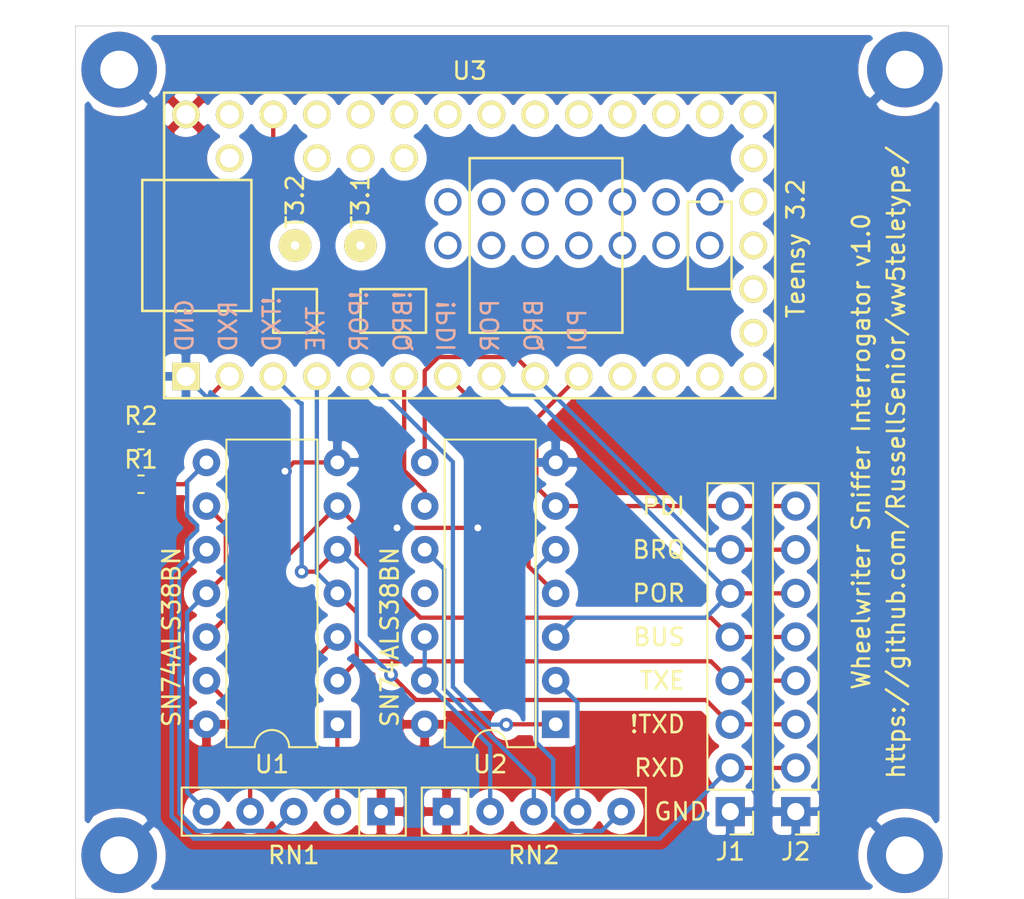
<source format=kicad_pcb>
(kicad_pcb (version 20171130) (host pcbnew 5.1.6-c6e7f7d~86~ubuntu16.04.1)

  (general
    (thickness 1.6)
    (drawings 27)
    (tracks 127)
    (zones 0)
    (modules 13)
    (nets 48)
  )

  (page A4)
  (layers
    (0 F.Cu signal)
    (31 B.Cu signal)
    (32 B.Adhes user)
    (33 F.Adhes user)
    (34 B.Paste user)
    (35 F.Paste user)
    (36 B.SilkS user)
    (37 F.SilkS user)
    (38 B.Mask user)
    (39 F.Mask user)
    (40 Dwgs.User user)
    (41 Cmts.User user)
    (42 Eco1.User user)
    (43 Eco2.User user)
    (44 Edge.Cuts user)
    (45 Margin user)
    (46 B.CrtYd user)
    (47 F.CrtYd user)
    (48 B.Fab user)
    (49 F.Fab user)
  )

  (setup
    (last_trace_width 0.25)
    (trace_clearance 0.2)
    (zone_clearance 0.508)
    (zone_45_only no)
    (trace_min 0.1524)
    (via_size 0.8)
    (via_drill 0.4)
    (via_min_size 0.508)
    (via_min_drill 0.254)
    (uvia_size 0.3)
    (uvia_drill 0.1)
    (uvias_allowed no)
    (uvia_min_size 0.2)
    (uvia_min_drill 0.1)
    (edge_width 0.05)
    (segment_width 0.2)
    (pcb_text_width 0.3)
    (pcb_text_size 1.5 1.5)
    (mod_edge_width 0.12)
    (mod_text_size 1 1)
    (mod_text_width 0.15)
    (pad_size 1.524 1.524)
    (pad_drill 0.762)
    (pad_to_mask_clearance 0.0508)
    (aux_axis_origin 0 0)
    (visible_elements FFFFFF7F)
    (pcbplotparams
      (layerselection 0x010fc_ffffffff)
      (usegerberextensions false)
      (usegerberattributes true)
      (usegerberadvancedattributes true)
      (creategerberjobfile true)
      (excludeedgelayer true)
      (linewidth 0.100000)
      (plotframeref false)
      (viasonmask false)
      (mode 1)
      (useauxorigin false)
      (hpglpennumber 1)
      (hpglpenspeed 20)
      (hpglpendiameter 15.000000)
      (psnegative false)
      (psa4output false)
      (plotreference true)
      (plotvalue true)
      (plotinvisibletext false)
      (padsonsilk false)
      (subtractmaskfromsilk false)
      (outputformat 1)
      (mirror false)
      (drillshape 1)
      (scaleselection 1)
      (outputdirectory ""))
  )

  (net 0 "")
  (net 1 /PDI)
  (net 2 /BRQ)
  (net 3 /POR)
  (net 4 /BUS)
  (net 5 /TXE)
  (net 6 /!TXD)
  (net 7 /!RXD)
  (net 8 GND)
  (net 9 "Net-(RN1-Pad3)")
  (net 10 "Net-(RN1-Pad2)")
  (net 11 VCC)
  (net 12 "Net-(RN2-Pad5)")
  (net 13 "Net-(RN2-Pad4)")
  (net 14 "Net-(RN2-Pad3)")
  (net 15 "Net-(RN2-Pad2)")
  (net 16 +3V3)
  (net 17 "Net-(U2-Pad11)")
  (net 18 /!BRQ)
  (net 19 /!PDI)
  (net 20 /!POR)
  (net 21 "Net-(U3-Pad11)")
  (net 22 "Net-(U3-Pad12)")
  (net 23 "Net-(U3-Pad13)")
  (net 24 "Net-(U3-Pad37)")
  (net 25 "Net-(U3-Pad36)")
  (net 26 "Net-(U3-Pad35)")
  (net 27 "Net-(U3-Pad34)")
  (net 28 "Net-(U3-Pad32)")
  (net 29 "Net-(U3-Pad30)")
  (net 30 "Net-(U3-Pad29)")
  (net 31 "Net-(U3-Pad28)")
  (net 32 "Net-(U3-Pad27)")
  (net 33 "Net-(U3-Pad26)")
  (net 34 "Net-(U3-Pad25)")
  (net 35 "Net-(U3-Pad24)")
  (net 36 "Net-(U3-Pad23)")
  (net 37 "Net-(U3-Pad22)")
  (net 38 "Net-(U3-Pad21)")
  (net 39 "Net-(U3-Pad14)")
  (net 40 "Net-(U3-Pad15)")
  (net 41 "Net-(U3-Pad16)")
  (net 42 "Net-(U3-Pad20)")
  (net 43 "Net-(U3-Pad19)")
  (net 44 "Net-(U3-Pad18)")
  (net 45 "Net-(U3-Pad17)")
  (net 46 /RXD)
  (net 47 /!TXE)

  (net_class Default "This is the default net class."
    (clearance 0.2)
    (trace_width 0.25)
    (via_dia 0.8)
    (via_drill 0.4)
    (uvia_dia 0.3)
    (uvia_drill 0.1)
    (add_net +3V3)
    (add_net /!BRQ)
    (add_net /!PDI)
    (add_net /!POR)
    (add_net /!RXD)
    (add_net /!TXD)
    (add_net /!TXE)
    (add_net /BRQ)
    (add_net /BUS)
    (add_net /PDI)
    (add_net /POR)
    (add_net /RXD)
    (add_net /TXE)
    (add_net GND)
    (add_net "Net-(RN1-Pad2)")
    (add_net "Net-(RN1-Pad3)")
    (add_net "Net-(RN2-Pad2)")
    (add_net "Net-(RN2-Pad3)")
    (add_net "Net-(RN2-Pad4)")
    (add_net "Net-(RN2-Pad5)")
    (add_net "Net-(U2-Pad11)")
    (add_net "Net-(U3-Pad11)")
    (add_net "Net-(U3-Pad12)")
    (add_net "Net-(U3-Pad13)")
    (add_net "Net-(U3-Pad14)")
    (add_net "Net-(U3-Pad15)")
    (add_net "Net-(U3-Pad16)")
    (add_net "Net-(U3-Pad17)")
    (add_net "Net-(U3-Pad18)")
    (add_net "Net-(U3-Pad19)")
    (add_net "Net-(U3-Pad20)")
    (add_net "Net-(U3-Pad21)")
    (add_net "Net-(U3-Pad22)")
    (add_net "Net-(U3-Pad23)")
    (add_net "Net-(U3-Pad24)")
    (add_net "Net-(U3-Pad25)")
    (add_net "Net-(U3-Pad26)")
    (add_net "Net-(U3-Pad27)")
    (add_net "Net-(U3-Pad28)")
    (add_net "Net-(U3-Pad29)")
    (add_net "Net-(U3-Pad30)")
    (add_net "Net-(U3-Pad32)")
    (add_net "Net-(U3-Pad34)")
    (add_net "Net-(U3-Pad35)")
    (add_net "Net-(U3-Pad36)")
    (add_net "Net-(U3-Pad37)")
    (add_net VCC)
  )

  (module teensy:Teensy30_31_32_LC (layer F.Cu) (tedit 5A29202F) (tstamp 5ED54D15)
    (at 190.575001 78.815001)
    (path /5ED49A00)
    (fp_text reference U3 (at 0 -10.16) (layer F.SilkS)
      (effects (font (size 1 1) (thickness 0.15)))
    )
    (fp_text value Teensy3.2 (at 0 10.16) (layer F.Fab)
      (effects (font (size 1 1) (thickness 0.15)))
    )
    (fp_text user T3.1 (at -6.35 -2.54 90) (layer F.SilkS)
      (effects (font (size 1 1) (thickness 0.15)))
    )
    (fp_text user T3.2 (at -10.16 -2.54 90) (layer F.SilkS)
      (effects (font (size 1 1) (thickness 0.15)))
    )
    (fp_line (start -17.78 3.81) (end -19.05 3.81) (layer F.SilkS) (width 0.15))
    (fp_line (start -19.05 3.81) (end -19.05 -3.81) (layer F.SilkS) (width 0.15))
    (fp_line (start -19.05 -3.81) (end -17.78 -3.81) (layer F.SilkS) (width 0.15))
    (fp_line (start -6.35 5.08) (end -2.54 5.08) (layer F.SilkS) (width 0.15))
    (fp_line (start -2.54 5.08) (end -2.54 2.54) (layer F.SilkS) (width 0.15))
    (fp_line (start -2.54 2.54) (end -6.35 2.54) (layer F.SilkS) (width 0.15))
    (fp_line (start -6.35 2.54) (end -6.35 5.08) (layer F.SilkS) (width 0.15))
    (fp_line (start -12.7 3.81) (end -12.7 -3.81) (layer F.SilkS) (width 0.15))
    (fp_line (start -12.7 -3.81) (end -17.78 -3.81) (layer F.SilkS) (width 0.15))
    (fp_line (start -12.7 3.81) (end -17.78 3.81) (layer F.SilkS) (width 0.15))
    (fp_line (start -11.43 5.08) (end -8.89 5.08) (layer F.SilkS) (width 0.15))
    (fp_line (start -8.89 5.08) (end -8.89 2.54) (layer F.SilkS) (width 0.15))
    (fp_line (start -8.89 2.54) (end -11.43 2.54) (layer F.SilkS) (width 0.15))
    (fp_line (start -11.43 2.54) (end -11.43 5.08) (layer F.SilkS) (width 0.15))
    (fp_line (start 15.24 -2.54) (end 15.24 2.54) (layer F.SilkS) (width 0.15))
    (fp_line (start 15.24 2.54) (end 12.7 2.54) (layer F.SilkS) (width 0.15))
    (fp_line (start 12.7 2.54) (end 12.7 -2.54) (layer F.SilkS) (width 0.15))
    (fp_line (start 12.7 -2.54) (end 15.24 -2.54) (layer F.SilkS) (width 0.15))
    (fp_line (start 8.89 5.08) (end 8.89 -5.08) (layer F.SilkS) (width 0.15))
    (fp_line (start 0 -5.08) (end 0 5.08) (layer F.SilkS) (width 0.15))
    (fp_line (start 8.89 -5.08) (end 0 -5.08) (layer F.SilkS) (width 0.15))
    (fp_line (start 8.89 5.08) (end 0 5.08) (layer F.SilkS) (width 0.15))
    (fp_line (start -17.78 -8.89) (end 17.78 -8.89) (layer F.SilkS) (width 0.15))
    (fp_line (start 17.78 -8.89) (end 17.78 8.89) (layer F.SilkS) (width 0.15))
    (fp_line (start 17.78 8.89) (end -17.78 8.89) (layer F.SilkS) (width 0.15))
    (fp_line (start -17.78 8.89) (end -17.78 -8.89) (layer F.SilkS) (width 0.15))
    (pad 52 thru_hole circle (at -10.16 0) (size 1.9 1.9) (drill 0.5) (layers *.Cu *.Mask F.SilkS))
    (pad 52 thru_hole circle (at -6.35 0) (size 1.9 1.9) (drill 0.5) (layers *.Cu *.Mask F.SilkS))
    (pad 51 thru_hole circle (at -1.27 -2.54) (size 1.6 1.6) (drill 1.1) (layers *.Cu *.Mask))
    (pad 50 thru_hole circle (at 1.27 -2.54) (size 1.6 1.6) (drill 1.1) (layers *.Cu *.Mask))
    (pad 49 thru_hole circle (at 3.81 -2.54) (size 1.6 1.6) (drill 1.1) (layers *.Cu *.Mask))
    (pad 48 thru_hole circle (at 6.35 -2.54) (size 1.6 1.6) (drill 1.1) (layers *.Cu *.Mask))
    (pad 47 thru_hole circle (at 8.89 -2.54) (size 1.6 1.6) (drill 1.1) (layers *.Cu *.Mask))
    (pad 46 thru_hole circle (at 11.43 -2.54) (size 1.6 1.6) (drill 1.1) (layers *.Cu *.Mask))
    (pad 45 thru_hole circle (at 13.97 -2.54) (size 1.6 1.6) (drill 1.1) (layers *.Cu *.Mask))
    (pad 44 thru_hole circle (at 13.97 0) (size 1.6 1.6) (drill 1.1) (layers *.Cu *.Mask))
    (pad 43 thru_hole circle (at 11.43 0) (size 1.6 1.6) (drill 1.1) (layers *.Cu *.Mask))
    (pad 42 thru_hole circle (at 8.89 0) (size 1.6 1.6) (drill 1.1) (layers *.Cu *.Mask))
    (pad 41 thru_hole circle (at 6.35 0) (size 1.6 1.6) (drill 1.1) (layers *.Cu *.Mask))
    (pad 40 thru_hole circle (at 3.81 0) (size 1.6 1.6) (drill 1.1) (layers *.Cu *.Mask))
    (pad 39 thru_hole circle (at 1.27 0) (size 1.6 1.6) (drill 1.1) (layers *.Cu *.Mask))
    (pad 38 thru_hole circle (at -1.27 0) (size 1.6 1.6) (drill 1.1) (layers *.Cu *.Mask))
    (pad 1 thru_hole rect (at -16.51 7.62) (size 1.6 1.6) (drill 1.1) (layers *.Cu *.Mask F.SilkS)
      (net 8 GND))
    (pad 2 thru_hole circle (at -13.97 7.62) (size 1.6 1.6) (drill 1.1) (layers *.Cu *.Mask F.SilkS)
      (net 46 /RXD))
    (pad 3 thru_hole circle (at -11.43 7.62) (size 1.6 1.6) (drill 1.1) (layers *.Cu *.Mask F.SilkS)
      (net 6 /!TXD))
    (pad 4 thru_hole circle (at -8.89 7.62) (size 1.6 1.6) (drill 1.1) (layers *.Cu *.Mask F.SilkS)
      (net 5 /TXE))
    (pad 5 thru_hole circle (at -6.35 7.62) (size 1.6 1.6) (drill 1.1) (layers *.Cu *.Mask F.SilkS)
      (net 20 /!POR))
    (pad 6 thru_hole circle (at -3.81 7.62) (size 1.6 1.6) (drill 1.1) (layers *.Cu *.Mask F.SilkS)
      (net 18 /!BRQ))
    (pad 7 thru_hole circle (at -1.27 7.62) (size 1.6 1.6) (drill 1.1) (layers *.Cu *.Mask F.SilkS)
      (net 19 /!PDI))
    (pad 8 thru_hole circle (at 1.27 7.62) (size 1.6 1.6) (drill 1.1) (layers *.Cu *.Mask F.SilkS)
      (net 3 /POR))
    (pad 9 thru_hole circle (at 3.81 7.62) (size 1.6 1.6) (drill 1.1) (layers *.Cu *.Mask F.SilkS)
      (net 2 /BRQ))
    (pad 10 thru_hole circle (at 6.35 7.62) (size 1.6 1.6) (drill 1.1) (layers *.Cu *.Mask F.SilkS)
      (net 1 /PDI))
    (pad 11 thru_hole circle (at 8.89 7.62) (size 1.6 1.6) (drill 1.1) (layers *.Cu *.Mask F.SilkS)
      (net 21 "Net-(U3-Pad11)"))
    (pad 12 thru_hole circle (at 11.43 7.62) (size 1.6 1.6) (drill 1.1) (layers *.Cu *.Mask F.SilkS)
      (net 22 "Net-(U3-Pad12)"))
    (pad 13 thru_hole circle (at 13.97 7.62) (size 1.6 1.6) (drill 1.1) (layers *.Cu *.Mask F.SilkS)
      (net 23 "Net-(U3-Pad13)"))
    (pad 37 thru_hole circle (at -3.81 -5.08) (size 1.6 1.6) (drill 1.1) (layers *.Cu *.Mask F.SilkS)
      (net 24 "Net-(U3-Pad37)"))
    (pad 36 thru_hole circle (at -6.35 -5.08) (size 1.6 1.6) (drill 1.1) (layers *.Cu *.Mask F.SilkS)
      (net 25 "Net-(U3-Pad36)"))
    (pad 35 thru_hole circle (at -8.89 -5.08) (size 1.6 1.6) (drill 1.1) (layers *.Cu *.Mask F.SilkS)
      (net 26 "Net-(U3-Pad35)"))
    (pad 34 thru_hole circle (at -13.97 -5.08) (size 1.6 1.6) (drill 1.1) (layers *.Cu *.Mask F.SilkS)
      (net 27 "Net-(U3-Pad34)"))
    (pad 33 thru_hole circle (at -16.51 -7.62) (size 1.6 1.6) (drill 1.1) (layers *.Cu *.Mask F.SilkS)
      (net 11 VCC))
    (pad 32 thru_hole circle (at -13.97 -7.62) (size 1.6 1.6) (drill 1.1) (layers *.Cu *.Mask F.SilkS)
      (net 28 "Net-(U3-Pad32)"))
    (pad 31 thru_hole circle (at -11.43 -7.62) (size 1.6 1.6) (drill 1.1) (layers *.Cu *.Mask F.SilkS)
      (net 16 +3V3))
    (pad 30 thru_hole circle (at -8.89 -7.62) (size 1.6 1.6) (drill 1.1) (layers *.Cu *.Mask F.SilkS)
      (net 29 "Net-(U3-Pad30)"))
    (pad 29 thru_hole circle (at -6.35 -7.62) (size 1.6 1.6) (drill 1.1) (layers *.Cu *.Mask F.SilkS)
      (net 30 "Net-(U3-Pad29)"))
    (pad 28 thru_hole circle (at -3.81 -7.62) (size 1.6 1.6) (drill 1.1) (layers *.Cu *.Mask F.SilkS)
      (net 31 "Net-(U3-Pad28)"))
    (pad 27 thru_hole circle (at -1.27 -7.62) (size 1.6 1.6) (drill 1.1) (layers *.Cu *.Mask F.SilkS)
      (net 32 "Net-(U3-Pad27)"))
    (pad 26 thru_hole circle (at 1.27 -7.62) (size 1.6 1.6) (drill 1.1) (layers *.Cu *.Mask F.SilkS)
      (net 33 "Net-(U3-Pad26)"))
    (pad 25 thru_hole circle (at 3.81 -7.62) (size 1.6 1.6) (drill 1.1) (layers *.Cu *.Mask F.SilkS)
      (net 34 "Net-(U3-Pad25)"))
    (pad 24 thru_hole circle (at 6.35 -7.62) (size 1.6 1.6) (drill 1.1) (layers *.Cu *.Mask F.SilkS)
      (net 35 "Net-(U3-Pad24)"))
    (pad 23 thru_hole circle (at 8.89 -7.62) (size 1.6 1.6) (drill 1.1) (layers *.Cu *.Mask F.SilkS)
      (net 36 "Net-(U3-Pad23)"))
    (pad 22 thru_hole circle (at 11.43 -7.62) (size 1.6 1.6) (drill 1.1) (layers *.Cu *.Mask F.SilkS)
      (net 37 "Net-(U3-Pad22)"))
    (pad 21 thru_hole circle (at 13.97 -7.62) (size 1.6 1.6) (drill 1.1) (layers *.Cu *.Mask F.SilkS)
      (net 38 "Net-(U3-Pad21)"))
    (pad 14 thru_hole circle (at 16.51 7.62) (size 1.6 1.6) (drill 1.1) (layers *.Cu *.Mask F.SilkS)
      (net 39 "Net-(U3-Pad14)"))
    (pad 15 thru_hole circle (at 16.51 5.08) (size 1.6 1.6) (drill 1.1) (layers *.Cu *.Mask F.SilkS)
      (net 40 "Net-(U3-Pad15)"))
    (pad 16 thru_hole circle (at 16.51 2.54) (size 1.6 1.6) (drill 1.1) (layers *.Cu *.Mask F.SilkS)
      (net 41 "Net-(U3-Pad16)"))
    (pad 20 thru_hole circle (at 16.51 -7.62) (size 1.6 1.6) (drill 1.1) (layers *.Cu *.Mask F.SilkS)
      (net 42 "Net-(U3-Pad20)"))
    (pad 19 thru_hole circle (at 16.51 -5.08) (size 1.6 1.6) (drill 1.1) (layers *.Cu *.Mask F.SilkS)
      (net 43 "Net-(U3-Pad19)"))
    (pad 18 thru_hole circle (at 16.51 -2.54) (size 1.6 1.6) (drill 1.1) (layers *.Cu *.Mask F.SilkS)
      (net 44 "Net-(U3-Pad18)"))
    (pad 17 thru_hole circle (at 16.51 0) (size 1.6 1.6) (drill 1.1) (layers *.Cu *.Mask F.SilkS)
      (net 45 "Net-(U3-Pad17)"))
  )

  (module Package_DIP:DIP-14_W7.62mm (layer F.Cu) (tedit 5A02E8C5) (tstamp 5ED54C9E)
    (at 182.88 106.68 180)
    (descr "14-lead though-hole mounted DIP package, row spacing 7.62 mm (300 mils)")
    (tags "THT DIP DIL PDIP 2.54mm 7.62mm 300mil")
    (path /5ED5D769)
    (fp_text reference U1 (at 3.81 -2.33) (layer F.SilkS)
      (effects (font (size 1 1) (thickness 0.15)))
    )
    (fp_text value 74LS38 (at 3.81 17.57) (layer F.Fab)
      (effects (font (size 1 1) (thickness 0.15)))
    )
    (fp_text user %R (at 3.81 7.62) (layer F.Fab)
      (effects (font (size 1 1) (thickness 0.15)))
    )
    (fp_arc (start 3.81 -1.33) (end 2.81 -1.33) (angle -180) (layer F.SilkS) (width 0.12))
    (fp_line (start 1.635 -1.27) (end 6.985 -1.27) (layer F.Fab) (width 0.1))
    (fp_line (start 6.985 -1.27) (end 6.985 16.51) (layer F.Fab) (width 0.1))
    (fp_line (start 6.985 16.51) (end 0.635 16.51) (layer F.Fab) (width 0.1))
    (fp_line (start 0.635 16.51) (end 0.635 -0.27) (layer F.Fab) (width 0.1))
    (fp_line (start 0.635 -0.27) (end 1.635 -1.27) (layer F.Fab) (width 0.1))
    (fp_line (start 2.81 -1.33) (end 1.16 -1.33) (layer F.SilkS) (width 0.12))
    (fp_line (start 1.16 -1.33) (end 1.16 16.57) (layer F.SilkS) (width 0.12))
    (fp_line (start 1.16 16.57) (end 6.46 16.57) (layer F.SilkS) (width 0.12))
    (fp_line (start 6.46 16.57) (end 6.46 -1.33) (layer F.SilkS) (width 0.12))
    (fp_line (start 6.46 -1.33) (end 4.81 -1.33) (layer F.SilkS) (width 0.12))
    (fp_line (start -1.1 -1.55) (end -1.1 16.8) (layer F.CrtYd) (width 0.05))
    (fp_line (start -1.1 16.8) (end 8.7 16.8) (layer F.CrtYd) (width 0.05))
    (fp_line (start 8.7 16.8) (end 8.7 -1.55) (layer F.CrtYd) (width 0.05))
    (fp_line (start 8.7 -1.55) (end -1.1 -1.55) (layer F.CrtYd) (width 0.05))
    (pad 14 thru_hole oval (at 7.62 0 180) (size 1.6 1.6) (drill 0.8) (layers *.Cu *.Mask)
      (net 11 VCC))
    (pad 7 thru_hole oval (at 0 15.24 180) (size 1.6 1.6) (drill 0.8) (layers *.Cu *.Mask)
      (net 8 GND))
    (pad 13 thru_hole oval (at 7.62 2.54 180) (size 1.6 1.6) (drill 0.8) (layers *.Cu *.Mask)
      (net 47 /!TXE))
    (pad 6 thru_hole oval (at 0 12.7 180) (size 1.6 1.6) (drill 0.8) (layers *.Cu *.Mask)
      (net 4 /BUS))
    (pad 12 thru_hole oval (at 7.62 5.08 180) (size 1.6 1.6) (drill 0.8) (layers *.Cu *.Mask)
      (net 4 /BUS))
    (pad 5 thru_hole oval (at 0 10.16 180) (size 1.6 1.6) (drill 0.8) (layers *.Cu *.Mask)
      (net 6 /!TXD))
    (pad 11 thru_hole oval (at 7.62 7.62 180) (size 1.6 1.6) (drill 0.8) (layers *.Cu *.Mask)
      (net 7 /!RXD))
    (pad 4 thru_hole oval (at 0 7.62 180) (size 1.6 1.6) (drill 0.8) (layers *.Cu *.Mask)
      (net 5 /TXE))
    (pad 10 thru_hole oval (at 7.62 10.16 180) (size 1.6 1.6) (drill 0.8) (layers *.Cu *.Mask)
      (net 9 "Net-(RN1-Pad3)"))
    (pad 3 thru_hole oval (at 0 5.08 180) (size 1.6 1.6) (drill 0.8) (layers *.Cu *.Mask)
      (net 47 /!TXE))
    (pad 9 thru_hole oval (at 7.62 12.7 180) (size 1.6 1.6) (drill 0.8) (layers *.Cu *.Mask)
      (net 7 /!RXD))
    (pad 2 thru_hole oval (at 0 2.54 180) (size 1.6 1.6) (drill 0.8) (layers *.Cu *.Mask)
      (net 5 /TXE))
    (pad 8 thru_hole oval (at 7.62 15.24 180) (size 1.6 1.6) (drill 0.8) (layers *.Cu *.Mask)
      (net 46 /RXD))
    (pad 1 thru_hole rect (at 0 0 180) (size 1.6 1.6) (drill 0.8) (layers *.Cu *.Mask)
      (net 10 "Net-(RN1-Pad2)"))
    (model ${KISYS3DMOD}/Package_DIP.3dshapes/DIP-14_W7.62mm.wrl
      (at (xyz 0 0 0))
      (scale (xyz 1 1 1))
      (rotate (xyz 0 0 0))
    )
  )

  (module Package_DIP:DIP-14_W7.62mm (layer F.Cu) (tedit 5A02E8C5) (tstamp 5ED54CC0)
    (at 195.58 106.68 180)
    (descr "14-lead though-hole mounted DIP package, row spacing 7.62 mm (300 mils)")
    (tags "THT DIP DIL PDIP 2.54mm 7.62mm 300mil")
    (path /5EDA1FC0)
    (fp_text reference U2 (at 3.81 -2.33) (layer F.SilkS)
      (effects (font (size 1 1) (thickness 0.15)))
    )
    (fp_text value 74LS38 (at 3.81 17.57) (layer F.Fab)
      (effects (font (size 1 1) (thickness 0.15)))
    )
    (fp_text user %R (at 3.81 7.62) (layer F.Fab)
      (effects (font (size 1 1) (thickness 0.15)))
    )
    (fp_arc (start 3.81 -1.33) (end 2.81 -1.33) (angle -180) (layer F.SilkS) (width 0.12))
    (fp_line (start 1.635 -1.27) (end 6.985 -1.27) (layer F.Fab) (width 0.1))
    (fp_line (start 6.985 -1.27) (end 6.985 16.51) (layer F.Fab) (width 0.1))
    (fp_line (start 6.985 16.51) (end 0.635 16.51) (layer F.Fab) (width 0.1))
    (fp_line (start 0.635 16.51) (end 0.635 -0.27) (layer F.Fab) (width 0.1))
    (fp_line (start 0.635 -0.27) (end 1.635 -1.27) (layer F.Fab) (width 0.1))
    (fp_line (start 2.81 -1.33) (end 1.16 -1.33) (layer F.SilkS) (width 0.12))
    (fp_line (start 1.16 -1.33) (end 1.16 16.57) (layer F.SilkS) (width 0.12))
    (fp_line (start 1.16 16.57) (end 6.46 16.57) (layer F.SilkS) (width 0.12))
    (fp_line (start 6.46 16.57) (end 6.46 -1.33) (layer F.SilkS) (width 0.12))
    (fp_line (start 6.46 -1.33) (end 4.81 -1.33) (layer F.SilkS) (width 0.12))
    (fp_line (start -1.1 -1.55) (end -1.1 16.8) (layer F.CrtYd) (width 0.05))
    (fp_line (start -1.1 16.8) (end 8.7 16.8) (layer F.CrtYd) (width 0.05))
    (fp_line (start 8.7 16.8) (end 8.7 -1.55) (layer F.CrtYd) (width 0.05))
    (fp_line (start 8.7 -1.55) (end -1.1 -1.55) (layer F.CrtYd) (width 0.05))
    (pad 14 thru_hole oval (at 7.62 0 180) (size 1.6 1.6) (drill 0.8) (layers *.Cu *.Mask)
      (net 11 VCC))
    (pad 7 thru_hole oval (at 0 15.24 180) (size 1.6 1.6) (drill 0.8) (layers *.Cu *.Mask)
      (net 8 GND))
    (pad 13 thru_hole oval (at 7.62 2.54 180) (size 1.6 1.6) (drill 0.8) (layers *.Cu *.Mask)
      (net 15 "Net-(RN2-Pad2)"))
    (pad 6 thru_hole oval (at 0 12.7 180) (size 1.6 1.6) (drill 0.8) (layers *.Cu *.Mask)
      (net 1 /PDI))
    (pad 12 thru_hole oval (at 7.62 5.08 180) (size 1.6 1.6) (drill 0.8) (layers *.Cu *.Mask)
      (net 15 "Net-(RN2-Pad2)"))
    (pad 5 thru_hole oval (at 0 10.16 180) (size 1.6 1.6) (drill 0.8) (layers *.Cu *.Mask)
      (net 12 "Net-(RN2-Pad5)"))
    (pad 11 thru_hole oval (at 7.62 7.62 180) (size 1.6 1.6) (drill 0.8) (layers *.Cu *.Mask)
      (net 17 "Net-(U2-Pad11)"))
    (pad 4 thru_hole oval (at 0 7.62 180) (size 1.6 1.6) (drill 0.8) (layers *.Cu *.Mask)
      (net 19 /!PDI))
    (pad 10 thru_hole oval (at 7.62 10.16 180) (size 1.6 1.6) (drill 0.8) (layers *.Cu *.Mask)
      (net 14 "Net-(RN2-Pad3)"))
    (pad 3 thru_hole oval (at 0 5.08 180) (size 1.6 1.6) (drill 0.8) (layers *.Cu *.Mask)
      (net 3 /POR))
    (pad 9 thru_hole oval (at 7.62 12.7 180) (size 1.6 1.6) (drill 0.8) (layers *.Cu *.Mask)
      (net 18 /!BRQ))
    (pad 2 thru_hole oval (at 0 2.54 180) (size 1.6 1.6) (drill 0.8) (layers *.Cu *.Mask)
      (net 13 "Net-(RN2-Pad4)"))
    (pad 8 thru_hole oval (at 7.62 15.24 180) (size 1.6 1.6) (drill 0.8) (layers *.Cu *.Mask)
      (net 2 /BRQ))
    (pad 1 thru_hole rect (at 0 0 180) (size 1.6 1.6) (drill 0.8) (layers *.Cu *.Mask)
      (net 20 /!POR))
    (model ${KISYS3DMOD}/Package_DIP.3dshapes/DIP-14_W7.62mm.wrl
      (at (xyz 0 0 0))
      (scale (xyz 1 1 1))
      (rotate (xyz 0 0 0))
    )
  )

  (module Resistor_THT:R_Array_SIP5 (layer F.Cu) (tedit 5A14249F) (tstamp 5ED54C64)
    (at 189.23 111.76)
    (descr "5-pin Resistor SIP pack")
    (tags R)
    (path /5ED6BC09)
    (fp_text reference RN2 (at 5.08 2.54) (layer F.SilkS)
      (effects (font (size 1 1) (thickness 0.15)))
    )
    (fp_text value R_Network04 (at 6.35 2.4) (layer F.Fab)
      (effects (font (size 1 1) (thickness 0.15)))
    )
    (fp_text user %R (at 5.08 0) (layer F.Fab)
      (effects (font (size 1 1) (thickness 0.15)))
    )
    (fp_line (start -1.29 -1.25) (end -1.29 1.25) (layer F.Fab) (width 0.1))
    (fp_line (start -1.29 1.25) (end 11.45 1.25) (layer F.Fab) (width 0.1))
    (fp_line (start 11.45 1.25) (end 11.45 -1.25) (layer F.Fab) (width 0.1))
    (fp_line (start 11.45 -1.25) (end -1.29 -1.25) (layer F.Fab) (width 0.1))
    (fp_line (start 1.27 -1.25) (end 1.27 1.25) (layer F.Fab) (width 0.1))
    (fp_line (start -1.44 -1.4) (end -1.44 1.4) (layer F.SilkS) (width 0.12))
    (fp_line (start -1.44 1.4) (end 11.6 1.4) (layer F.SilkS) (width 0.12))
    (fp_line (start 11.6 1.4) (end 11.6 -1.4) (layer F.SilkS) (width 0.12))
    (fp_line (start 11.6 -1.4) (end -1.44 -1.4) (layer F.SilkS) (width 0.12))
    (fp_line (start 1.27 -1.4) (end 1.27 1.4) (layer F.SilkS) (width 0.12))
    (fp_line (start -1.7 -1.65) (end -1.7 1.65) (layer F.CrtYd) (width 0.05))
    (fp_line (start -1.7 1.65) (end 11.9 1.65) (layer F.CrtYd) (width 0.05))
    (fp_line (start 11.9 1.65) (end 11.9 -1.65) (layer F.CrtYd) (width 0.05))
    (fp_line (start 11.9 -1.65) (end -1.7 -1.65) (layer F.CrtYd) (width 0.05))
    (pad 5 thru_hole oval (at 10.16 0) (size 1.6 1.6) (drill 0.8) (layers *.Cu *.Mask)
      (net 12 "Net-(RN2-Pad5)"))
    (pad 4 thru_hole oval (at 7.62 0) (size 1.6 1.6) (drill 0.8) (layers *.Cu *.Mask)
      (net 13 "Net-(RN2-Pad4)"))
    (pad 3 thru_hole oval (at 5.08 0) (size 1.6 1.6) (drill 0.8) (layers *.Cu *.Mask)
      (net 14 "Net-(RN2-Pad3)"))
    (pad 2 thru_hole oval (at 2.54 0) (size 1.6 1.6) (drill 0.8) (layers *.Cu *.Mask)
      (net 15 "Net-(RN2-Pad2)"))
    (pad 1 thru_hole rect (at 0 0) (size 1.6 1.6) (drill 0.8) (layers *.Cu *.Mask)
      (net 11 VCC))
    (model ${KISYS3DMOD}/Resistor_THT.3dshapes/R_Array_SIP5.wrl
      (at (xyz 0 0 0))
      (scale (xyz 1 1 1))
      (rotate (xyz 0 0 0))
    )
  )

  (module Resistor_THT:R_Array_SIP5 (layer F.Cu) (tedit 5A14249F) (tstamp 5ED54C4C)
    (at 185.42 111.76 180)
    (descr "5-pin Resistor SIP pack")
    (tags R)
    (path /5ED7AB6F)
    (fp_text reference RN1 (at 5.08 -2.54) (layer F.SilkS)
      (effects (font (size 1 1) (thickness 0.15)))
    )
    (fp_text value R_Network04 (at 6.35 2.4) (layer F.Fab)
      (effects (font (size 1 1) (thickness 0.15)))
    )
    (fp_text user %R (at 5.08 0) (layer F.Fab)
      (effects (font (size 1 1) (thickness 0.15)))
    )
    (fp_line (start -1.29 -1.25) (end -1.29 1.25) (layer F.Fab) (width 0.1))
    (fp_line (start -1.29 1.25) (end 11.45 1.25) (layer F.Fab) (width 0.1))
    (fp_line (start 11.45 1.25) (end 11.45 -1.25) (layer F.Fab) (width 0.1))
    (fp_line (start 11.45 -1.25) (end -1.29 -1.25) (layer F.Fab) (width 0.1))
    (fp_line (start 1.27 -1.25) (end 1.27 1.25) (layer F.Fab) (width 0.1))
    (fp_line (start -1.44 -1.4) (end -1.44 1.4) (layer F.SilkS) (width 0.12))
    (fp_line (start -1.44 1.4) (end 11.6 1.4) (layer F.SilkS) (width 0.12))
    (fp_line (start 11.6 1.4) (end 11.6 -1.4) (layer F.SilkS) (width 0.12))
    (fp_line (start 11.6 -1.4) (end -1.44 -1.4) (layer F.SilkS) (width 0.12))
    (fp_line (start 1.27 -1.4) (end 1.27 1.4) (layer F.SilkS) (width 0.12))
    (fp_line (start -1.7 -1.65) (end -1.7 1.65) (layer F.CrtYd) (width 0.05))
    (fp_line (start -1.7 1.65) (end 11.9 1.65) (layer F.CrtYd) (width 0.05))
    (fp_line (start 11.9 1.65) (end 11.9 -1.65) (layer F.CrtYd) (width 0.05))
    (fp_line (start 11.9 -1.65) (end -1.7 -1.65) (layer F.CrtYd) (width 0.05))
    (pad 5 thru_hole oval (at 10.16 0 180) (size 1.6 1.6) (drill 0.8) (layers *.Cu *.Mask)
      (net 7 /!RXD))
    (pad 4 thru_hole oval (at 7.62 0 180) (size 1.6 1.6) (drill 0.8) (layers *.Cu *.Mask)
      (net 47 /!TXE))
    (pad 3 thru_hole oval (at 5.08 0 180) (size 1.6 1.6) (drill 0.8) (layers *.Cu *.Mask)
      (net 9 "Net-(RN1-Pad3)"))
    (pad 2 thru_hole oval (at 2.54 0 180) (size 1.6 1.6) (drill 0.8) (layers *.Cu *.Mask)
      (net 10 "Net-(RN1-Pad2)"))
    (pad 1 thru_hole rect (at 0 0 180) (size 1.6 1.6) (drill 0.8) (layers *.Cu *.Mask)
      (net 11 VCC))
    (model ${KISYS3DMOD}/Resistor_THT.3dshapes/R_Array_SIP5.wrl
      (at (xyz 0 0 0))
      (scale (xyz 1 1 1))
      (rotate (xyz 0 0 0))
    )
  )

  (module Connector_PinHeader_2.54mm:PinHeader_1x08_P2.54mm_Vertical (layer F.Cu) (tedit 59FED5CC) (tstamp 5ED54C34)
    (at 205.74 111.76 180)
    (descr "Through hole straight pin header, 1x08, 2.54mm pitch, single row")
    (tags "Through hole pin header THT 1x08 2.54mm single row")
    (path /5EEFE607)
    (fp_text reference J1 (at 0 -2.33) (layer F.SilkS)
      (effects (font (size 1 1) (thickness 0.15)))
    )
    (fp_text value Conn_01x08_Female (at 0 20.11) (layer F.Fab)
      (effects (font (size 1 1) (thickness 0.15)))
    )
    (fp_text user %R (at 0 8.89 90) (layer F.Fab)
      (effects (font (size 1 1) (thickness 0.15)))
    )
    (fp_line (start -0.635 -1.27) (end 1.27 -1.27) (layer F.Fab) (width 0.1))
    (fp_line (start 1.27 -1.27) (end 1.27 19.05) (layer F.Fab) (width 0.1))
    (fp_line (start 1.27 19.05) (end -1.27 19.05) (layer F.Fab) (width 0.1))
    (fp_line (start -1.27 19.05) (end -1.27 -0.635) (layer F.Fab) (width 0.1))
    (fp_line (start -1.27 -0.635) (end -0.635 -1.27) (layer F.Fab) (width 0.1))
    (fp_line (start -1.33 19.11) (end 1.33 19.11) (layer F.SilkS) (width 0.12))
    (fp_line (start -1.33 1.27) (end -1.33 19.11) (layer F.SilkS) (width 0.12))
    (fp_line (start 1.33 1.27) (end 1.33 19.11) (layer F.SilkS) (width 0.12))
    (fp_line (start -1.33 1.27) (end 1.33 1.27) (layer F.SilkS) (width 0.12))
    (fp_line (start -1.33 0) (end -1.33 -1.33) (layer F.SilkS) (width 0.12))
    (fp_line (start -1.33 -1.33) (end 0 -1.33) (layer F.SilkS) (width 0.12))
    (fp_line (start -1.8 -1.8) (end -1.8 19.55) (layer F.CrtYd) (width 0.05))
    (fp_line (start -1.8 19.55) (end 1.8 19.55) (layer F.CrtYd) (width 0.05))
    (fp_line (start 1.8 19.55) (end 1.8 -1.8) (layer F.CrtYd) (width 0.05))
    (fp_line (start 1.8 -1.8) (end -1.8 -1.8) (layer F.CrtYd) (width 0.05))
    (pad 8 thru_hole oval (at 0 17.78 180) (size 1.7 1.7) (drill 1) (layers *.Cu *.Mask)
      (net 1 /PDI))
    (pad 7 thru_hole oval (at 0 15.24 180) (size 1.7 1.7) (drill 1) (layers *.Cu *.Mask)
      (net 2 /BRQ))
    (pad 6 thru_hole oval (at 0 12.7 180) (size 1.7 1.7) (drill 1) (layers *.Cu *.Mask)
      (net 3 /POR))
    (pad 5 thru_hole oval (at 0 10.16 180) (size 1.7 1.7) (drill 1) (layers *.Cu *.Mask)
      (net 4 /BUS))
    (pad 4 thru_hole oval (at 0 7.62 180) (size 1.7 1.7) (drill 1) (layers *.Cu *.Mask)
      (net 5 /TXE))
    (pad 3 thru_hole oval (at 0 5.08 180) (size 1.7 1.7) (drill 1) (layers *.Cu *.Mask)
      (net 6 /!TXD))
    (pad 2 thru_hole oval (at 0 2.54 180) (size 1.7 1.7) (drill 1) (layers *.Cu *.Mask)
      (net 46 /RXD))
    (pad 1 thru_hole rect (at 0 0 180) (size 1.7 1.7) (drill 1) (layers *.Cu *.Mask)
      (net 8 GND))
    (model ${KISYS3DMOD}/Connector_PinHeader_2.54mm.3dshapes/PinHeader_1x08_P2.54mm_Vertical.wrl
      (at (xyz 0 0 0))
      (scale (xyz 1 1 1))
      (rotate (xyz 0 0 0))
    )
  )

  (module Resistor_SMD:R_0603_1608Metric (layer F.Cu) (tedit 5B301BBD) (tstamp 5ED587B8)
    (at 171.45 92.71)
    (descr "Resistor SMD 0603 (1608 Metric), square (rectangular) end terminal, IPC_7351 nominal, (Body size source: http://www.tortai-tech.com/upload/download/2011102023233369053.pdf), generated with kicad-footprint-generator")
    (tags resistor)
    (path /5EE0094A)
    (attr smd)
    (fp_text reference R1 (at 0 -1.43) (layer F.SilkS)
      (effects (font (size 1 1) (thickness 0.15)))
    )
    (fp_text value R (at 0 1.43) (layer F.Fab)
      (effects (font (size 1 1) (thickness 0.15)))
    )
    (fp_line (start 1.48 0.73) (end -1.48 0.73) (layer F.CrtYd) (width 0.05))
    (fp_line (start 1.48 -0.73) (end 1.48 0.73) (layer F.CrtYd) (width 0.05))
    (fp_line (start -1.48 -0.73) (end 1.48 -0.73) (layer F.CrtYd) (width 0.05))
    (fp_line (start -1.48 0.73) (end -1.48 -0.73) (layer F.CrtYd) (width 0.05))
    (fp_line (start -0.162779 0.51) (end 0.162779 0.51) (layer F.SilkS) (width 0.12))
    (fp_line (start -0.162779 -0.51) (end 0.162779 -0.51) (layer F.SilkS) (width 0.12))
    (fp_line (start 0.8 0.4) (end -0.8 0.4) (layer F.Fab) (width 0.1))
    (fp_line (start 0.8 -0.4) (end 0.8 0.4) (layer F.Fab) (width 0.1))
    (fp_line (start -0.8 -0.4) (end 0.8 -0.4) (layer F.Fab) (width 0.1))
    (fp_line (start -0.8 0.4) (end -0.8 -0.4) (layer F.Fab) (width 0.1))
    (fp_text user %R (at 0 0) (layer F.Fab)
      (effects (font (size 0.4 0.4) (thickness 0.06)))
    )
    (pad 1 smd roundrect (at -0.7875 0) (size 0.875 0.95) (layers F.Cu F.Paste F.Mask) (roundrect_rratio 0.25)
      (net 16 +3V3))
    (pad 2 smd roundrect (at 0.7875 0) (size 0.875 0.95) (layers F.Cu F.Paste F.Mask) (roundrect_rratio 0.25)
      (net 46 /RXD))
    (model ${KISYS3DMOD}/Resistor_SMD.3dshapes/R_0603_1608Metric.wrl
      (at (xyz 0 0 0))
      (scale (xyz 1 1 1))
      (rotate (xyz 0 0 0))
    )
  )

  (module Resistor_SMD:R_0603_1608Metric (layer F.Cu) (tedit 5B301BBD) (tstamp 5ED587C9)
    (at 171.45 90.17)
    (descr "Resistor SMD 0603 (1608 Metric), square (rectangular) end terminal, IPC_7351 nominal, (Body size source: http://www.tortai-tech.com/upload/download/2011102023233369053.pdf), generated with kicad-footprint-generator")
    (tags resistor)
    (path /5EE043C9)
    (attr smd)
    (fp_text reference R2 (at 0 -1.43) (layer F.SilkS)
      (effects (font (size 1 1) (thickness 0.15)))
    )
    (fp_text value R (at 0 1.43) (layer F.Fab)
      (effects (font (size 1 1) (thickness 0.15)))
    )
    (fp_text user %R (at 0 0) (layer F.Fab)
      (effects (font (size 0.4 0.4) (thickness 0.06)))
    )
    (fp_line (start -0.8 0.4) (end -0.8 -0.4) (layer F.Fab) (width 0.1))
    (fp_line (start -0.8 -0.4) (end 0.8 -0.4) (layer F.Fab) (width 0.1))
    (fp_line (start 0.8 -0.4) (end 0.8 0.4) (layer F.Fab) (width 0.1))
    (fp_line (start 0.8 0.4) (end -0.8 0.4) (layer F.Fab) (width 0.1))
    (fp_line (start -0.162779 -0.51) (end 0.162779 -0.51) (layer F.SilkS) (width 0.12))
    (fp_line (start -0.162779 0.51) (end 0.162779 0.51) (layer F.SilkS) (width 0.12))
    (fp_line (start -1.48 0.73) (end -1.48 -0.73) (layer F.CrtYd) (width 0.05))
    (fp_line (start -1.48 -0.73) (end 1.48 -0.73) (layer F.CrtYd) (width 0.05))
    (fp_line (start 1.48 -0.73) (end 1.48 0.73) (layer F.CrtYd) (width 0.05))
    (fp_line (start 1.48 0.73) (end -1.48 0.73) (layer F.CrtYd) (width 0.05))
    (pad 2 smd roundrect (at 0.7875 0) (size 0.875 0.95) (layers F.Cu F.Paste F.Mask) (roundrect_rratio 0.25)
      (net 46 /RXD))
    (pad 1 smd roundrect (at -0.7875 0) (size 0.875 0.95) (layers F.Cu F.Paste F.Mask) (roundrect_rratio 0.25)
      (net 16 +3V3))
    (model ${KISYS3DMOD}/Resistor_SMD.3dshapes/R_0603_1608Metric.wrl
      (at (xyz 0 0 0))
      (scale (xyz 1 1 1))
      (rotate (xyz 0 0 0))
    )
  )

  (module MountingHole:MountingHole_2.2mm_M2_Pad (layer F.Cu) (tedit 56D1B4CB) (tstamp 5ED5F144)
    (at 170.18 68.58 180)
    (descr "Mounting Hole 2.2mm, M2")
    (tags "mounting hole 2.2mm m2")
    (path /5EEA6DBD)
    (attr virtual)
    (fp_text reference H1 (at 0 -3.2) (layer F.SilkS) hide
      (effects (font (size 1 1) (thickness 0.15)))
    )
    (fp_text value MountingHole_Pad (at 0 3.2) (layer F.Fab)
      (effects (font (size 1 1) (thickness 0.15)))
    )
    (fp_circle (center 0 0) (end 2.45 0) (layer F.CrtYd) (width 0.05))
    (fp_circle (center 0 0) (end 2.2 0) (layer Cmts.User) (width 0.15))
    (fp_text user %R (at 0.3 0) (layer F.Fab)
      (effects (font (size 1 1) (thickness 0.15)))
    )
    (pad 1 thru_hole circle (at 0 0 180) (size 4.4 4.4) (drill 2.2) (layers *.Cu *.Mask)
      (net 8 GND))
  )

  (module MountingHole:MountingHole_2.2mm_M2_Pad (layer F.Cu) (tedit 56D1B4CB) (tstamp 5ED5F14C)
    (at 215.9 68.58 180)
    (descr "Mounting Hole 2.2mm, M2")
    (tags "mounting hole 2.2mm m2")
    (path /5EEA8660)
    (attr virtual)
    (fp_text reference H2 (at 0 -3.2) (layer F.SilkS) hide
      (effects (font (size 1 1) (thickness 0.15)))
    )
    (fp_text value MountingHole_Pad (at 0 3.2) (layer F.Fab)
      (effects (font (size 1 1) (thickness 0.15)))
    )
    (fp_text user %R (at 0.3 0) (layer F.Fab)
      (effects (font (size 1 1) (thickness 0.15)))
    )
    (fp_circle (center 0 0) (end 2.2 0) (layer Cmts.User) (width 0.15))
    (fp_circle (center 0 0) (end 2.45 0) (layer F.CrtYd) (width 0.05))
    (pad 1 thru_hole circle (at 0 0 180) (size 4.4 4.4) (drill 2.2) (layers *.Cu *.Mask)
      (net 8 GND))
  )

  (module MountingHole:MountingHole_2.2mm_M2_Pad (layer F.Cu) (tedit 56D1B4CB) (tstamp 5ED5F154)
    (at 170.18 114.3 180)
    (descr "Mounting Hole 2.2mm, M2")
    (tags "mounting hole 2.2mm m2")
    (path /5EEBA109)
    (attr virtual)
    (fp_text reference H3 (at 0 -3.2) (layer F.SilkS) hide
      (effects (font (size 1 1) (thickness 0.15)))
    )
    (fp_text value MountingHole_Pad (at 0 3.2) (layer F.Fab)
      (effects (font (size 1 1) (thickness 0.15)))
    )
    (fp_circle (center 0 0) (end 2.45 0) (layer F.CrtYd) (width 0.05))
    (fp_circle (center 0 0) (end 2.2 0) (layer Cmts.User) (width 0.15))
    (fp_text user %R (at 0.3 0) (layer F.Fab)
      (effects (font (size 1 1) (thickness 0.15)))
    )
    (pad 1 thru_hole circle (at 0 0 180) (size 4.4 4.4) (drill 2.2) (layers *.Cu *.Mask)
      (net 8 GND))
  )

  (module MountingHole:MountingHole_2.2mm_M2_Pad (layer F.Cu) (tedit 56D1B4CB) (tstamp 5ED5F15C)
    (at 215.9 114.3 180)
    (descr "Mounting Hole 2.2mm, M2")
    (tags "mounting hole 2.2mm m2")
    (path /5EEBA10F)
    (attr virtual)
    (fp_text reference H4 (at 0 -3.2) (layer F.SilkS) hide
      (effects (font (size 1 1) (thickness 0.15)))
    )
    (fp_text value MountingHole_Pad (at 0 3.2) (layer F.Fab)
      (effects (font (size 1 1) (thickness 0.15)))
    )
    (fp_text user %R (at 0.3 0) (layer F.Fab)
      (effects (font (size 1 1) (thickness 0.15)))
    )
    (fp_circle (center 0 0) (end 2.2 0) (layer Cmts.User) (width 0.15))
    (fp_circle (center 0 0) (end 2.45 0) (layer F.CrtYd) (width 0.05))
    (pad 1 thru_hole circle (at 0 0 180) (size 4.4 4.4) (drill 2.2) (layers *.Cu *.Mask)
      (net 8 GND))
  )

  (module Connector_PinHeader_2.54mm:PinHeader_1x08_P2.54mm_Vertical (layer F.Cu) (tedit 59FED5CC) (tstamp 5ED5F178)
    (at 209.55 111.76 180)
    (descr "Through hole straight pin header, 1x08, 2.54mm pitch, single row")
    (tags "Through hole pin header THT 1x08 2.54mm single row")
    (path /5EED4C3A)
    (fp_text reference J2 (at 0 -2.33) (layer F.SilkS)
      (effects (font (size 1 1) (thickness 0.15)))
    )
    (fp_text value Conn_01x08_Female (at 0 20.11) (layer F.Fab)
      (effects (font (size 1 1) (thickness 0.15)))
    )
    (fp_line (start 1.8 -1.8) (end -1.8 -1.8) (layer F.CrtYd) (width 0.05))
    (fp_line (start 1.8 19.55) (end 1.8 -1.8) (layer F.CrtYd) (width 0.05))
    (fp_line (start -1.8 19.55) (end 1.8 19.55) (layer F.CrtYd) (width 0.05))
    (fp_line (start -1.8 -1.8) (end -1.8 19.55) (layer F.CrtYd) (width 0.05))
    (fp_line (start -1.33 -1.33) (end 0 -1.33) (layer F.SilkS) (width 0.12))
    (fp_line (start -1.33 0) (end -1.33 -1.33) (layer F.SilkS) (width 0.12))
    (fp_line (start -1.33 1.27) (end 1.33 1.27) (layer F.SilkS) (width 0.12))
    (fp_line (start 1.33 1.27) (end 1.33 19.11) (layer F.SilkS) (width 0.12))
    (fp_line (start -1.33 1.27) (end -1.33 19.11) (layer F.SilkS) (width 0.12))
    (fp_line (start -1.33 19.11) (end 1.33 19.11) (layer F.SilkS) (width 0.12))
    (fp_line (start -1.27 -0.635) (end -0.635 -1.27) (layer F.Fab) (width 0.1))
    (fp_line (start -1.27 19.05) (end -1.27 -0.635) (layer F.Fab) (width 0.1))
    (fp_line (start 1.27 19.05) (end -1.27 19.05) (layer F.Fab) (width 0.1))
    (fp_line (start 1.27 -1.27) (end 1.27 19.05) (layer F.Fab) (width 0.1))
    (fp_line (start -0.635 -1.27) (end 1.27 -1.27) (layer F.Fab) (width 0.1))
    (fp_text user %R (at 0 8.89 90) (layer F.Fab)
      (effects (font (size 1 1) (thickness 0.15)))
    )
    (pad 1 thru_hole rect (at 0 0 180) (size 1.7 1.7) (drill 1) (layers *.Cu *.Mask)
      (net 8 GND))
    (pad 2 thru_hole oval (at 0 2.54 180) (size 1.7 1.7) (drill 1) (layers *.Cu *.Mask)
      (net 46 /RXD))
    (pad 3 thru_hole oval (at 0 5.08 180) (size 1.7 1.7) (drill 1) (layers *.Cu *.Mask)
      (net 6 /!TXD))
    (pad 4 thru_hole oval (at 0 7.62 180) (size 1.7 1.7) (drill 1) (layers *.Cu *.Mask)
      (net 5 /TXE))
    (pad 5 thru_hole oval (at 0 10.16 180) (size 1.7 1.7) (drill 1) (layers *.Cu *.Mask)
      (net 4 /BUS))
    (pad 6 thru_hole oval (at 0 12.7 180) (size 1.7 1.7) (drill 1) (layers *.Cu *.Mask)
      (net 3 /POR))
    (pad 7 thru_hole oval (at 0 15.24 180) (size 1.7 1.7) (drill 1) (layers *.Cu *.Mask)
      (net 2 /BRQ))
    (pad 8 thru_hole oval (at 0 17.78 180) (size 1.7 1.7) (drill 1) (layers *.Cu *.Mask)
      (net 1 /PDI))
    (model ${KISYS3DMOD}/Connector_PinHeader_2.54mm.3dshapes/PinHeader_1x08_P2.54mm_Vertical.wrl
      (at (xyz 0 0 0))
      (scale (xyz 1 1 1))
      (rotate (xyz 0 0 0))
    )
  )

  (gr_text SN74ALS38BN (at 173.228 101.6 90) (layer F.SilkS) (tstamp 5ED60B35)
    (effects (font (size 1 1) (thickness 0.15)))
  )
  (gr_text SN74ALS38BN (at 185.928 101.6 90) (layer F.SilkS)
    (effects (font (size 1 1) (thickness 0.15)))
  )
  (gr_text "Teensy 3.2" (at 209.55 78.994 90) (layer F.SilkS)
    (effects (font (size 1 1) (thickness 0.15)))
  )
  (gr_text https://github.com/RussellSenior/ww5teletype/ (at 215.392 91.44 90) (layer F.SilkS)
    (effects (font (size 1 1) (thickness 0.15)))
  )
  (gr_text PDI (at 196.85 85.09 90) (layer B.SilkS)
    (effects (font (size 1 1) (thickness 0.15)) (justify right mirror))
  )
  (gr_text BRQ (at 194.31 85.09 90) (layer B.SilkS)
    (effects (font (size 1 1) (thickness 0.15)) (justify right mirror))
  )
  (gr_text POR (at 191.77 85.09 90) (layer B.SilkS)
    (effects (font (size 1 1) (thickness 0.15)) (justify right mirror))
  )
  (gr_text !PDI (at 189.23 85.09 90) (layer B.SilkS)
    (effects (font (size 1 1) (thickness 0.15)) (justify right mirror))
  )
  (gr_text !BRQ (at 186.69 85.09 90) (layer B.SilkS)
    (effects (font (size 1 1) (thickness 0.15)) (justify right mirror))
  )
  (gr_text !POR (at 184.15 85.09 90) (layer B.SilkS)
    (effects (font (size 1 1) (thickness 0.15)) (justify right mirror))
  )
  (gr_text TXE (at 181.61 85.09 90) (layer B.SilkS)
    (effects (font (size 1 1) (thickness 0.15)) (justify right mirror))
  )
  (gr_text !TXD (at 179.07 85.09 90) (layer B.SilkS)
    (effects (font (size 1 1) (thickness 0.15)) (justify right mirror))
  )
  (gr_text RXD (at 176.53 85.09 90) (layer B.SilkS)
    (effects (font (size 1 1) (thickness 0.15)) (justify right mirror))
  )
  (gr_text GND (at 173.99 85.09 90) (layer B.SilkS)
    (effects (font (size 1 1) (thickness 0.15)) (justify right mirror))
  )
  (gr_text GND (at 204.47 111.76) (layer F.SilkS)
    (effects (font (size 1 1) (thickness 0.15)) (justify right))
  )
  (gr_text RXD (at 203.2 109.22) (layer F.SilkS)
    (effects (font (size 1 1) (thickness 0.15)) (justify right))
  )
  (gr_text !TXD (at 203.2 106.68) (layer F.SilkS)
    (effects (font (size 1 1) (thickness 0.15)) (justify right))
  )
  (gr_text TXE (at 203.2 104.14) (layer F.SilkS)
    (effects (font (size 1 1) (thickness 0.15)) (justify right))
  )
  (gr_text BUS (at 203.2 101.6) (layer F.SilkS)
    (effects (font (size 1 1) (thickness 0.15)) (justify right))
  )
  (gr_text POR (at 203.2 99.06) (layer F.SilkS)
    (effects (font (size 1 1) (thickness 0.15)) (justify right))
  )
  (gr_text BRQ (at 203.2 96.52) (layer F.SilkS)
    (effects (font (size 1 1) (thickness 0.15)) (justify right))
  )
  (gr_text PDI (at 203.2 93.98) (layer F.SilkS)
    (effects (font (size 1 1) (thickness 0.15)) (justify right))
  )
  (gr_text "Wheelwriter Sniffer Interrogator v1.0" (at 213.36 90.805 90) (layer F.SilkS)
    (effects (font (size 1 1) (thickness 0.15)))
  )
  (gr_line (start 167.64 116.84) (end 167.64 66.04) (layer Edge.Cuts) (width 0.05) (tstamp 5ED58B72))
  (gr_line (start 218.44 116.84) (end 167.64 116.84) (layer Edge.Cuts) (width 0.05))
  (gr_line (start 218.44 66.04) (end 218.44 116.84) (layer Edge.Cuts) (width 0.05))
  (gr_line (start 167.64 66.04) (end 218.44 66.04) (layer Edge.Cuts) (width 0.05))

  (segment (start 190.5 106.68) (end 189.625002 106.68) (width 0.25) (layer F.Cu) (net 11))
  (segment (start 195.58 93.98) (end 205.74 93.98) (width 0.25) (layer F.Cu) (net 1))
  (segment (start 194.454999 92.854999) (end 195.58 93.98) (width 0.25) (layer F.Cu) (net 1))
  (segment (start 194.454999 88.905003) (end 194.454999 92.854999) (width 0.25) (layer F.Cu) (net 1))
  (segment (start 196.925001 86.435001) (end 194.454999 88.905003) (width 0.25) (layer F.Cu) (net 1))
  (segment (start 205.74 93.98) (end 209.55 93.98) (width 0.25) (layer F.Cu) (net 1))
  (segment (start 204.47 96.52) (end 205.74 96.52) (width 0.25) (layer B.Cu) (net 2))
  (segment (start 194.385001 86.435001) (end 204.47 96.52) (width 0.25) (layer B.Cu) (net 2))
  (segment (start 188.765 85.31) (end 193.26 85.31) (width 0.25) (layer F.Cu) (net 2))
  (segment (start 187.96 86.115) (end 188.765 85.31) (width 0.25) (layer F.Cu) (net 2))
  (segment (start 193.26 85.31) (end 194.385001 86.435001) (width 0.25) (layer F.Cu) (net 2))
  (segment (start 187.96 91.44) (end 187.96 86.115) (width 0.25) (layer F.Cu) (net 2))
  (segment (start 209.55 96.52) (end 205.74 96.52) (width 0.25) (layer F.Cu) (net 2))
  (segment (start 196.705001 100.474999) (end 195.58 101.6) (width 0.25) (layer B.Cu) (net 3))
  (segment (start 204.325001 100.474999) (end 196.705001 100.474999) (width 0.25) (layer B.Cu) (net 3))
  (segment (start 205.74 99.06) (end 204.325001 100.474999) (width 0.25) (layer B.Cu) (net 3))
  (segment (start 194.240002 87.560002) (end 205.74 99.06) (width 0.25) (layer B.Cu) (net 3))
  (segment (start 192.970002 87.560002) (end 194.240002 87.560002) (width 0.25) (layer B.Cu) (net 3))
  (segment (start 191.845001 86.435001) (end 192.970002 87.560002) (width 0.25) (layer B.Cu) (net 3))
  (segment (start 209.55 99.06) (end 205.74 99.06) (width 0.25) (layer F.Cu) (net 3))
  (segment (start 175.26 101.6) (end 182.88 93.98) (width 0.25) (layer F.Cu) (net 4))
  (segment (start 204.614999 100.474999) (end 205.74 101.6) (width 0.25) (layer F.Cu) (net 4))
  (segment (start 184.005001 96.770003) (end 187.709997 100.474999) (width 0.25) (layer F.Cu) (net 4))
  (segment (start 187.709997 100.474999) (end 204.614999 100.474999) (width 0.25) (layer F.Cu) (net 4))
  (segment (start 182.88 93.98) (end 184.005001 95.105001) (width 0.25) (layer F.Cu) (net 4))
  (segment (start 184.005001 95.105001) (end 184.005001 96.770003) (width 0.25) (layer F.Cu) (net 4))
  (segment (start 209.55 101.6) (end 205.74 101.6) (width 0.25) (layer F.Cu) (net 4))
  (segment (start 184.005001 103.014999) (end 182.88 104.14) (width 0.25) (layer F.Cu) (net 5))
  (segment (start 184.005001 100.185001) (end 184.005001 103.014999) (width 0.25) (layer F.Cu) (net 5))
  (segment (start 182.88 99.06) (end 184.005001 100.185001) (width 0.25) (layer F.Cu) (net 5))
  (segment (start 181.685001 97.865001) (end 182.88 99.06) (width 0.25) (layer B.Cu) (net 5))
  (segment (start 181.685001 86.435001) (end 181.685001 97.865001) (width 0.25) (layer B.Cu) (net 5))
  (segment (start 204.614999 103.014999) (end 205.74 104.14) (width 0.25) (layer F.Cu) (net 5))
  (segment (start 184.005001 103.014999) (end 204.614999 103.014999) (width 0.25) (layer F.Cu) (net 5))
  (segment (start 209.55 104.14) (end 205.74 104.14) (width 0.25) (layer F.Cu) (net 5))
  (via (at 186 103.8) (size 0.8) (drill 0.4) (layers F.Cu B.Cu) (net 6))
  (segment (start 184.005001 101.805001) (end 186 103.8) (width 0.25) (layer B.Cu) (net 6))
  (segment (start 204.325001 105.265001) (end 205.74 106.68) (width 0.25) (layer F.Cu) (net 6))
  (segment (start 187.465001 105.265001) (end 204.325001 105.265001) (width 0.25) (layer F.Cu) (net 6))
  (segment (start 186 103.8) (end 187.465001 105.265001) (width 0.25) (layer F.Cu) (net 6))
  (via (at 180.8 97.8) (size 0.8) (drill 0.4) (layers F.Cu B.Cu) (net 6))
  (segment (start 181.6 97.8) (end 182.88 96.52) (width 0.25) (layer F.Cu) (net 6))
  (segment (start 180.8 97.8) (end 181.6 97.8) (width 0.25) (layer F.Cu) (net 6))
  (segment (start 180.71 88) (end 180.8 88) (width 0.25) (layer B.Cu) (net 6))
  (segment (start 179.145001 86.435001) (end 180.71 88) (width 0.25) (layer B.Cu) (net 6))
  (segment (start 180.8 88) (end 180.8 97.8) (width 0.25) (layer B.Cu) (net 6))
  (segment (start 184.005001 97.645001) (end 184.005001 101.805001) (width 0.25) (layer B.Cu) (net 6))
  (segment (start 182.88 96.52) (end 184.005001 97.645001) (width 0.25) (layer B.Cu) (net 6))
  (segment (start 209.55 106.68) (end 205.74 106.68) (width 0.25) (layer F.Cu) (net 6))
  (segment (start 174.134999 100.185001) (end 175.26 99.06) (width 0.25) (layer B.Cu) (net 7))
  (segment (start 174.134999 110.634999) (end 174.134999 100.185001) (width 0.25) (layer B.Cu) (net 7))
  (segment (start 175.26 111.76) (end 174.134999 110.634999) (width 0.25) (layer B.Cu) (net 7))
  (segment (start 176.385001 95.105001) (end 175.26 93.98) (width 0.25) (layer F.Cu) (net 7))
  (segment (start 176.385001 97.934999) (end 176.385001 95.105001) (width 0.25) (layer F.Cu) (net 7))
  (segment (start 175.26 99.06) (end 176.385001 97.934999) (width 0.25) (layer F.Cu) (net 7))
  (segment (start 180.340045 91.44) (end 179.827363 91.952682) (width 0.25) (layer F.Cu) (net 8))
  (segment (start 174.065001 86.435001) (end 179.582682 91.952682) (width 0.25) (layer B.Cu) (net 8))
  (segment (start 182.88 91.44) (end 180.340045 91.44) (width 0.25) (layer F.Cu) (net 8))
  (via (at 179.827363 91.952682) (size 0.8) (drill 0.4) (layers F.Cu B.Cu) (net 8))
  (segment (start 179.582682 91.952682) (end 179.827363 91.952682) (width 0.25) (layer B.Cu) (net 8))
  (via (at 191.049992 95.25) (size 0.8) (drill 0.4) (layers F.Cu B.Cu) (net 8))
  (segment (start 191.77 95.25) (end 191.049992 95.25) (width 0.25) (layer B.Cu) (net 8))
  (segment (start 191.049992 95.25) (end 186.35 95.25) (width 0.25) (layer F.Cu) (net 8))
  (via (at 186.35 95.25) (size 0.8) (drill 0.4) (layers F.Cu B.Cu) (net 8))
  (segment (start 173.684989 98.095011) (end 175.26 96.52) (width 0.25) (layer B.Cu) (net 9))
  (segment (start 173.684989 111.849991) (end 173.684989 98.095011) (width 0.25) (layer B.Cu) (net 9))
  (segment (start 174.719999 112.885001) (end 173.684989 111.849991) (width 0.25) (layer B.Cu) (net 9))
  (segment (start 179.214999 112.885001) (end 174.719999 112.885001) (width 0.25) (layer B.Cu) (net 9))
  (segment (start 180.34 111.76) (end 179.214999 112.885001) (width 0.25) (layer B.Cu) (net 9))
  (segment (start 182.88 111.76) (end 182.88 106.68) (width 0.25) (layer F.Cu) (net 10))
  (segment (start 194.454999 97.645001) (end 195.58 96.52) (width 0.25) (layer B.Cu) (net 12))
  (segment (start 195.435001 108.720003) (end 194.454999 107.740001) (width 0.25) (layer B.Cu) (net 12))
  (segment (start 194.454999 107.740001) (end 194.454999 97.645001) (width 0.25) (layer B.Cu) (net 12))
  (segment (start 196.309999 112.885001) (end 195.435001 112.010003) (width 0.25) (layer B.Cu) (net 12))
  (segment (start 198.264999 112.885001) (end 196.309999 112.885001) (width 0.25) (layer B.Cu) (net 12))
  (segment (start 195.435001 112.010003) (end 195.435001 108.720003) (width 0.25) (layer B.Cu) (net 12))
  (segment (start 199.39 111.76) (end 198.264999 112.885001) (width 0.25) (layer B.Cu) (net 12))
  (segment (start 196.85 105.41) (end 195.58 104.14) (width 0.25) (layer B.Cu) (net 13))
  (segment (start 196.85 111.76) (end 196.85 105.41) (width 0.25) (layer B.Cu) (net 13))
  (segment (start 194.31 111.76) (end 194.31 109.85359) (width 0.25) (layer B.Cu) (net 14))
  (segment (start 194.31 109.85359) (end 189.085001 104.628591) (width 0.25) (layer B.Cu) (net 14))
  (segment (start 189.085001 97.645001) (end 187.96 96.52) (width 0.25) (layer B.Cu) (net 14))
  (segment (start 189.085001 104.628591) (end 189.085001 97.645001) (width 0.25) (layer B.Cu) (net 14))
  (segment (start 191.77 107.95) (end 187.96 104.14) (width 0.25) (layer B.Cu) (net 15))
  (segment (start 191.77 111.76) (end 191.77 107.95) (width 0.25) (layer B.Cu) (net 15))
  (segment (start 187.96 104.14) (end 187.96 101.6) (width 0.25) (layer B.Cu) (net 15))
  (segment (start 170.6625 92.71) (end 170.6625 90.17) (width 0.25) (layer F.Cu) (net 16))
  (segment (start 170.6625 78.0125) (end 172.875 75.8) (width 0.25) (layer F.Cu) (net 16))
  (segment (start 170.6625 90.17) (end 170.6625 78.0125) (width 0.25) (layer F.Cu) (net 16))
  (segment (start 172.875 75.8) (end 177.6 75.8) (width 0.25) (layer F.Cu) (net 16))
  (segment (start 179.145001 74.254999) (end 179.145001 71.195001) (width 0.25) (layer F.Cu) (net 16))
  (segment (start 177.6 75.8) (end 179.145001 74.254999) (width 0.25) (layer F.Cu) (net 16))
  (segment (start 186.765001 86.435001) (end 186.765001 91.910003) (width 0.25) (layer F.Cu) (net 18))
  (segment (start 187.96 93.105002) (end 187.96 93.98) (width 0.25) (layer F.Cu) (net 18))
  (segment (start 186.765001 91.910003) (end 187.96 93.105002) (width 0.25) (layer F.Cu) (net 18))
  (segment (start 194 97.48) (end 195.58 99.06) (width 0.25) (layer F.Cu) (net 19))
  (segment (start 194 91.13) (end 194 97.48) (width 0.25) (layer F.Cu) (net 19))
  (segment (start 189.305001 86.435001) (end 194 91.13) (width 0.25) (layer F.Cu) (net 19))
  (segment (start 189.6 91.414998) (end 189.6 104.50718) (width 0.25) (layer B.Cu) (net 20))
  (segment (start 185.745004 87.560002) (end 189.6 91.414998) (width 0.25) (layer B.Cu) (net 20))
  (segment (start 185.350002 87.560002) (end 185.745004 87.560002) (width 0.25) (layer B.Cu) (net 20))
  (segment (start 184.225001 86.435001) (end 185.350002 87.560002) (width 0.25) (layer B.Cu) (net 20))
  (via (at 192.7 106.7) (size 0.8) (drill 0.4) (layers F.Cu B.Cu) (net 20))
  (segment (start 192.72 106.68) (end 192.7 106.7) (width 0.25) (layer F.Cu) (net 20))
  (segment (start 195.58 106.68) (end 192.72 106.68) (width 0.25) (layer F.Cu) (net 20))
  (segment (start 192.7 106.7) (end 191.79282 106.7) (width 0.25) (layer B.Cu) (net 20))
  (segment (start 191.79282 106.7) (end 189.6 104.50718) (width 0.25) (layer B.Cu) (net 20))
  (segment (start 172.2375 92.71) (end 172.2375 90.17) (width 0.25) (layer F.Cu) (net 46))
  (segment (start 173.99 92.71) (end 175.26 91.44) (width 0.25) (layer F.Cu) (net 46))
  (segment (start 172.2375 92.71) (end 173.99 92.71) (width 0.25) (layer F.Cu) (net 46))
  (segment (start 172.870002 90.17) (end 176.605001 86.435001) (width 0.25) (layer F.Cu) (net 46))
  (segment (start 172.2375 90.17) (end 172.870002 90.17) (width 0.25) (layer F.Cu) (net 46))
  (segment (start 174.134999 94.520001) (end 174.719999 95.105001) (width 0.25) (layer B.Cu) (net 46))
  (segment (start 175.26 91.44) (end 174.134999 92.565001) (width 0.25) (layer B.Cu) (net 46))
  (segment (start 174.719999 95.105001) (end 174.719999 95.394999) (width 0.25) (layer B.Cu) (net 46))
  (segment (start 174.134999 97.008591) (end 173.23498 97.90861) (width 0.25) (layer B.Cu) (net 46))
  (segment (start 174.719999 95.394999) (end 174.134999 95.979999) (width 0.25) (layer B.Cu) (net 46))
  (segment (start 174.134999 95.979999) (end 174.134999 97.008591) (width 0.25) (layer B.Cu) (net 46))
  (segment (start 201.624989 113.335011) (end 205.74 109.22) (width 0.25) (layer B.Cu) (net 46))
  (segment (start 173.23498 97.90861) (end 173.23498 112.036392) (width 0.25) (layer B.Cu) (net 46))
  (segment (start 173.23498 112.036392) (end 174.533599 113.335011) (width 0.25) (layer B.Cu) (net 46))
  (segment (start 174.134999 92.565001) (end 174.134999 94.520001) (width 0.25) (layer B.Cu) (net 46))
  (segment (start 174.533599 113.335011) (end 201.624989 113.335011) (width 0.25) (layer B.Cu) (net 46))
  (segment (start 205.74 109.22) (end 209.55 109.22) (width 0.25) (layer F.Cu) (net 46))
  (segment (start 177.8 106.68) (end 175.26 104.14) (width 0.25) (layer F.Cu) (net 47))
  (segment (start 177.8 111.76) (end 177.8 106.68) (width 0.25) (layer F.Cu) (net 47))
  (segment (start 177.8 106.68) (end 182.88 101.6) (width 0.25) (layer F.Cu) (net 47))

  (zone (net 8) (net_name GND) (layer B.Cu) (tstamp 5ED608FB) (hatch edge 0.508)
    (connect_pads (clearance 0.508))
    (min_thickness 0.254)
    (fill yes (arc_segments 32) (thermal_gap 0.508) (thermal_bridge_width 0.508))
    (polygon
      (pts
        (xy 218.44 116.84) (xy 167.64 116.84) (xy 167.64 66.04) (xy 218.44 66.04)
      )
    )
    (filled_polygon
      (pts
        (xy 213.910223 66.769831) (xy 213.522982 67.009976) (xy 213.262359 67.503877) (xy 213.103099 68.039133) (xy 213.051322 68.595174)
        (xy 213.109019 69.150632) (xy 213.273972 69.684161) (xy 213.522982 70.150024) (xy 213.910225 70.39017) (xy 215.720395 68.58)
        (xy 215.706253 68.565858) (xy 215.885858 68.386253) (xy 215.9 68.400395) (xy 215.914143 68.386253) (xy 216.093748 68.565858)
        (xy 216.079605 68.58) (xy 216.093748 68.594143) (xy 215.914143 68.773748) (xy 215.9 68.759605) (xy 214.08983 70.569775)
        (xy 214.329976 70.957018) (xy 214.823877 71.217641) (xy 215.359133 71.376901) (xy 215.915174 71.428678) (xy 216.470632 71.370981)
        (xy 217.004161 71.206028) (xy 217.470024 70.957018) (xy 217.710169 70.569777) (xy 217.78 70.639608) (xy 217.780001 112.240391)
        (xy 217.710169 112.310223) (xy 217.470024 111.922982) (xy 216.976123 111.662359) (xy 216.440867 111.503099) (xy 215.884826 111.451322)
        (xy 215.329368 111.509019) (xy 214.795839 111.673972) (xy 214.329976 111.922982) (xy 214.08983 112.310225) (xy 215.9 114.120395)
        (xy 215.914143 114.106253) (xy 216.093748 114.285858) (xy 216.079605 114.3) (xy 216.093748 114.314143) (xy 215.914143 114.493748)
        (xy 215.9 114.479605) (xy 215.885858 114.493748) (xy 215.706253 114.314143) (xy 215.720395 114.3) (xy 213.910225 112.48983)
        (xy 213.522982 112.729976) (xy 213.262359 113.223877) (xy 213.103099 113.759133) (xy 213.051322 114.315174) (xy 213.109019 114.870632)
        (xy 213.273972 115.404161) (xy 213.522982 115.870024) (xy 213.910223 116.110169) (xy 213.840392 116.18) (xy 172.239608 116.18)
        (xy 172.169777 116.110169) (xy 172.557018 115.870024) (xy 172.817641 115.376123) (xy 172.976901 114.840867) (xy 173.028678 114.284826)
        (xy 172.970981 113.729368) (xy 172.806028 113.195839) (xy 172.557018 112.729976) (xy 172.169775 112.48983) (xy 170.359605 114.3)
        (xy 170.373748 114.314143) (xy 170.194143 114.493748) (xy 170.18 114.479605) (xy 170.165858 114.493748) (xy 169.986253 114.314143)
        (xy 170.000395 114.3) (xy 169.986253 114.285858) (xy 170.165858 114.106253) (xy 170.18 114.120395) (xy 171.99017 112.310225)
        (xy 171.750024 111.922982) (xy 171.256123 111.662359) (xy 170.720867 111.503099) (xy 170.164826 111.451322) (xy 169.609368 111.509019)
        (xy 169.075839 111.673972) (xy 168.609976 111.922982) (xy 168.369831 112.310223) (xy 168.3 112.240392) (xy 168.3 97.90861)
        (xy 172.471304 97.90861) (xy 172.47498 97.945932) (xy 172.474981 111.99906) (xy 172.471304 112.036392) (xy 172.474981 112.073725)
        (xy 172.48587 112.184276) (xy 172.485978 112.185377) (xy 172.529434 112.328638) (xy 172.600006 112.460668) (xy 172.639674 112.509003)
        (xy 172.69498 112.576393) (xy 172.723978 112.600191) (xy 173.9698 113.846014) (xy 173.993598 113.875012) (xy 174.022596 113.89881)
        (xy 174.109323 113.969985) (xy 174.241352 114.040557) (xy 174.384613 114.084014) (xy 174.533599 114.098688) (xy 174.570932 114.095011)
        (xy 201.587667 114.095011) (xy 201.624989 114.098687) (xy 201.662311 114.095011) (xy 201.662322 114.095011) (xy 201.773975 114.084014)
        (xy 201.917236 114.040557) (xy 202.049265 113.969985) (xy 202.16499 113.875012) (xy 202.188793 113.846008) (xy 204.255 111.779802)
        (xy 204.255 111.887002) (xy 204.413748 111.887002) (xy 204.255 112.04575) (xy 204.251928 112.61) (xy 204.264188 112.734482)
        (xy 204.300498 112.85418) (xy 204.359463 112.964494) (xy 204.438815 113.061185) (xy 204.535506 113.140537) (xy 204.64582 113.199502)
        (xy 204.765518 113.235812) (xy 204.89 113.248072) (xy 205.45425 113.245) (xy 205.613 113.08625) (xy 205.613 111.887)
        (xy 205.867 111.887) (xy 205.867 113.08625) (xy 206.02575 113.245) (xy 206.59 113.248072) (xy 206.714482 113.235812)
        (xy 206.83418 113.199502) (xy 206.944494 113.140537) (xy 207.041185 113.061185) (xy 207.120537 112.964494) (xy 207.179502 112.85418)
        (xy 207.215812 112.734482) (xy 207.228072 112.61) (xy 208.061928 112.61) (xy 208.074188 112.734482) (xy 208.110498 112.85418)
        (xy 208.169463 112.964494) (xy 208.248815 113.061185) (xy 208.345506 113.140537) (xy 208.45582 113.199502) (xy 208.575518 113.235812)
        (xy 208.7 113.248072) (xy 209.26425 113.245) (xy 209.423 113.08625) (xy 209.423 111.887) (xy 209.677 111.887)
        (xy 209.677 113.08625) (xy 209.83575 113.245) (xy 210.4 113.248072) (xy 210.524482 113.235812) (xy 210.64418 113.199502)
        (xy 210.754494 113.140537) (xy 210.851185 113.061185) (xy 210.930537 112.964494) (xy 210.989502 112.85418) (xy 211.025812 112.734482)
        (xy 211.038072 112.61) (xy 211.035 112.04575) (xy 210.87625 111.887) (xy 209.677 111.887) (xy 209.423 111.887)
        (xy 208.22375 111.887) (xy 208.065 112.04575) (xy 208.061928 112.61) (xy 207.228072 112.61) (xy 207.225 112.04575)
        (xy 207.06625 111.887) (xy 205.867 111.887) (xy 205.613 111.887) (xy 205.593 111.887) (xy 205.593 111.633)
        (xy 205.613 111.633) (xy 205.613 111.613) (xy 205.867 111.613) (xy 205.867 111.633) (xy 207.06625 111.633)
        (xy 207.225 111.47425) (xy 207.228072 110.91) (xy 208.061928 110.91) (xy 208.065 111.47425) (xy 208.22375 111.633)
        (xy 209.423 111.633) (xy 209.423 111.613) (xy 209.677 111.613) (xy 209.677 111.633) (xy 210.87625 111.633)
        (xy 211.035 111.47425) (xy 211.038072 110.91) (xy 211.025812 110.785518) (xy 210.989502 110.66582) (xy 210.930537 110.555506)
        (xy 210.851185 110.458815) (xy 210.754494 110.379463) (xy 210.64418 110.320498) (xy 210.57162 110.298487) (xy 210.703475 110.166632)
        (xy 210.86599 109.923411) (xy 210.977932 109.653158) (xy 211.035 109.36626) (xy 211.035 109.07374) (xy 210.977932 108.786842)
        (xy 210.86599 108.516589) (xy 210.703475 108.273368) (xy 210.496632 108.066525) (xy 210.32224 107.95) (xy 210.496632 107.833475)
        (xy 210.703475 107.626632) (xy 210.86599 107.383411) (xy 210.977932 107.113158) (xy 211.035 106.82626) (xy 211.035 106.53374)
        (xy 210.977932 106.246842) (xy 210.86599 105.976589) (xy 210.703475 105.733368) (xy 210.496632 105.526525) (xy 210.32224 105.41)
        (xy 210.496632 105.293475) (xy 210.703475 105.086632) (xy 210.86599 104.843411) (xy 210.977932 104.573158) (xy 211.035 104.28626)
        (xy 211.035 103.99374) (xy 210.977932 103.706842) (xy 210.86599 103.436589) (xy 210.703475 103.193368) (xy 210.496632 102.986525)
        (xy 210.32224 102.87) (xy 210.496632 102.753475) (xy 210.703475 102.546632) (xy 210.86599 102.303411) (xy 210.977932 102.033158)
        (xy 211.035 101.74626) (xy 211.035 101.45374) (xy 210.977932 101.166842) (xy 210.86599 100.896589) (xy 210.703475 100.653368)
        (xy 210.496632 100.446525) (xy 210.32224 100.33) (xy 210.496632 100.213475) (xy 210.703475 100.006632) (xy 210.86599 99.763411)
        (xy 210.977932 99.493158) (xy 211.035 99.20626) (xy 211.035 98.91374) (xy 210.977932 98.626842) (xy 210.86599 98.356589)
        (xy 210.703475 98.113368) (xy 210.496632 97.906525) (xy 210.32224 97.79) (xy 210.496632 97.673475) (xy 210.703475 97.466632)
        (xy 210.86599 97.223411) (xy 210.977932 96.953158) (xy 211.035 96.66626) (xy 211.035 96.37374) (xy 210.977932 96.086842)
        (xy 210.86599 95.816589) (xy 210.703475 95.573368) (xy 210.496632 95.366525) (xy 210.32224 95.25) (xy 210.496632 95.133475)
        (xy 210.703475 94.926632) (xy 210.86599 94.683411) (xy 210.977932 94.413158) (xy 211.035 94.12626) (xy 211.035 93.83374)
        (xy 210.977932 93.546842) (xy 210.86599 93.276589) (xy 210.703475 93.033368) (xy 210.496632 92.826525) (xy 210.253411 92.66401)
        (xy 209.983158 92.552068) (xy 209.69626 92.495) (xy 209.40374 92.495) (xy 209.116842 92.552068) (xy 208.846589 92.66401)
        (xy 208.603368 92.826525) (xy 208.396525 93.033368) (xy 208.23401 93.276589) (xy 208.122068 93.546842) (xy 208.065 93.83374)
        (xy 208.065 94.12626) (xy 208.122068 94.413158) (xy 208.23401 94.683411) (xy 208.396525 94.926632) (xy 208.603368 95.133475)
        (xy 208.77776 95.25) (xy 208.603368 95.366525) (xy 208.396525 95.573368) (xy 208.23401 95.816589) (xy 208.122068 96.086842)
        (xy 208.065 96.37374) (xy 208.065 96.66626) (xy 208.122068 96.953158) (xy 208.23401 97.223411) (xy 208.396525 97.466632)
        (xy 208.603368 97.673475) (xy 208.77776 97.79) (xy 208.603368 97.906525) (xy 208.396525 98.113368) (xy 208.23401 98.356589)
        (xy 208.122068 98.626842) (xy 208.065 98.91374) (xy 208.065 99.20626) (xy 208.122068 99.493158) (xy 208.23401 99.763411)
        (xy 208.396525 100.006632) (xy 208.603368 100.213475) (xy 208.77776 100.33) (xy 208.603368 100.446525) (xy 208.396525 100.653368)
        (xy 208.23401 100.896589) (xy 208.122068 101.166842) (xy 208.065 101.45374) (xy 208.065 101.74626) (xy 208.122068 102.033158)
        (xy 208.23401 102.303411) (xy 208.396525 102.546632) (xy 208.603368 102.753475) (xy 208.77776 102.87) (xy 208.603368 102.986525)
        (xy 208.396525 103.193368) (xy 208.23401 103.436589) (xy 208.122068 103.706842) (xy 208.065 103.99374) (xy 208.065 104.28626)
        (xy 208.122068 104.573158) (xy 208.23401 104.843411) (xy 208.396525 105.086632) (xy 208.603368 105.293475) (xy 208.77776 105.41)
        (xy 208.603368 105.526525) (xy 208.396525 105.733368) (xy 208.23401 105.976589) (xy 208.122068 106.246842) (xy 208.065 106.53374)
        (xy 208.065 106.82626) (xy 208.122068 107.113158) (xy 208.23401 107.383411) (xy 208.396525 107.626632) (xy 208.603368 107.833475)
        (xy 208.77776 107.95) (xy 208.603368 108.066525) (xy 208.396525 108.273368) (xy 208.23401 108.516589) (xy 208.122068 108.786842)
        (xy 208.065 109.07374) (xy 208.065 109.36626) (xy 208.122068 109.653158) (xy 208.23401 109.923411) (xy 208.396525 110.166632)
        (xy 208.52838 110.298487) (xy 208.45582 110.320498) (xy 208.345506 110.379463) (xy 208.248815 110.458815) (xy 208.169463 110.555506)
        (xy 208.110498 110.66582) (xy 208.074188 110.785518) (xy 208.061928 110.91) (xy 207.228072 110.91) (xy 207.215812 110.785518)
        (xy 207.179502 110.66582) (xy 207.120537 110.555506) (xy 207.041185 110.458815) (xy 206.944494 110.379463) (xy 206.83418 110.320498)
        (xy 206.76162 110.298487) (xy 206.893475 110.166632) (xy 207.05599 109.923411) (xy 207.167932 109.653158) (xy 207.225 109.36626)
        (xy 207.225 109.07374) (xy 207.167932 108.786842) (xy 207.05599 108.516589) (xy 206.893475 108.273368) (xy 206.686632 108.066525)
        (xy 206.51224 107.95) (xy 206.686632 107.833475) (xy 206.893475 107.626632) (xy 207.05599 107.383411) (xy 207.167932 107.113158)
        (xy 207.225 106.82626) (xy 207.225 106.53374) (xy 207.167932 106.246842) (xy 207.05599 105.976589) (xy 206.893475 105.733368)
        (xy 206.686632 105.526525) (xy 206.51224 105.41) (xy 206.686632 105.293475) (xy 206.893475 105.086632) (xy 207.05599 104.843411)
        (xy 207.167932 104.573158) (xy 207.225 104.28626) (xy 207.225 103.99374) (xy 207.167932 103.706842) (xy 207.05599 103.436589)
        (xy 206.893475 103.193368) (xy 206.686632 102.986525) (xy 206.51224 102.87) (xy 206.686632 102.753475) (xy 206.893475 102.546632)
        (xy 207.05599 102.303411) (xy 207.167932 102.033158) (xy 207.225 101.74626) (xy 207.225 101.45374) (xy 207.167932 101.166842)
        (xy 207.05599 100.896589) (xy 206.893475 100.653368) (xy 206.686632 100.446525) (xy 206.51224 100.33) (xy 206.686632 100.213475)
        (xy 206.893475 100.006632) (xy 207.05599 99.763411) (xy 207.167932 99.493158) (xy 207.225 99.20626) (xy 207.225 98.91374)
        (xy 207.167932 98.626842) (xy 207.05599 98.356589) (xy 206.893475 98.113368) (xy 206.686632 97.906525) (xy 206.51224 97.79)
        (xy 206.686632 97.673475) (xy 206.893475 97.466632) (xy 207.05599 97.223411) (xy 207.167932 96.953158) (xy 207.225 96.66626)
        (xy 207.225 96.37374) (xy 207.167932 96.086842) (xy 207.05599 95.816589) (xy 206.893475 95.573368) (xy 206.686632 95.366525)
        (xy 206.51224 95.25) (xy 206.686632 95.133475) (xy 206.893475 94.926632) (xy 207.05599 94.683411) (xy 207.167932 94.413158)
        (xy 207.225 94.12626) (xy 207.225 93.83374) (xy 207.167932 93.546842) (xy 207.05599 93.276589) (xy 206.893475 93.033368)
        (xy 206.686632 92.826525) (xy 206.443411 92.66401) (xy 206.173158 92.552068) (xy 205.88626 92.495) (xy 205.59374 92.495)
        (xy 205.306842 92.552068) (xy 205.036589 92.66401) (xy 204.793368 92.826525) (xy 204.586525 93.033368) (xy 204.42401 93.276589)
        (xy 204.312068 93.546842) (xy 204.255 93.83374) (xy 204.255 94.12626) (xy 204.312068 94.413158) (xy 204.42401 94.683411)
        (xy 204.586525 94.926632) (xy 204.793368 95.133475) (xy 204.96776 95.25) (xy 204.793368 95.366525) (xy 204.592347 95.567546)
        (xy 196.894802 87.870001) (xy 197.066336 87.870001) (xy 197.343575 87.814854) (xy 197.604728 87.706681) (xy 197.83976 87.549638)
        (xy 198.039638 87.34976) (xy 198.195001 87.117242) (xy 198.350364 87.34976) (xy 198.550242 87.549638) (xy 198.785274 87.706681)
        (xy 199.046427 87.814854) (xy 199.323666 87.870001) (xy 199.606336 87.870001) (xy 199.883575 87.814854) (xy 200.144728 87.706681)
        (xy 200.37976 87.549638) (xy 200.579638 87.34976) (xy 200.735001 87.117242) (xy 200.890364 87.34976) (xy 201.090242 87.549638)
        (xy 201.325274 87.706681) (xy 201.586427 87.814854) (xy 201.863666 87.870001) (xy 202.146336 87.870001) (xy 202.423575 87.814854)
        (xy 202.684728 87.706681) (xy 202.91976 87.549638) (xy 203.119638 87.34976) (xy 203.275001 87.117242) (xy 203.430364 87.34976)
        (xy 203.630242 87.549638) (xy 203.865274 87.706681) (xy 204.126427 87.814854) (xy 204.403666 87.870001) (xy 204.686336 87.870001)
        (xy 204.963575 87.814854) (xy 205.224728 87.706681) (xy 205.45976 87.549638) (xy 205.659638 87.34976) (xy 205.815001 87.117242)
        (xy 205.970364 87.34976) (xy 206.170242 87.549638) (xy 206.405274 87.706681) (xy 206.666427 87.814854) (xy 206.943666 87.870001)
        (xy 207.226336 87.870001) (xy 207.503575 87.814854) (xy 207.764728 87.706681) (xy 207.99976 87.549638) (xy 208.199638 87.34976)
        (xy 208.356681 87.114728) (xy 208.464854 86.853575) (xy 208.520001 86.576336) (xy 208.520001 86.293666) (xy 208.464854 86.016427)
        (xy 208.356681 85.755274) (xy 208.199638 85.520242) (xy 207.99976 85.320364) (xy 207.767242 85.165001) (xy 207.99976 85.009638)
        (xy 208.199638 84.80976) (xy 208.356681 84.574728) (xy 208.464854 84.313575) (xy 208.520001 84.036336) (xy 208.520001 83.753666)
        (xy 208.464854 83.476427) (xy 208.356681 83.215274) (xy 208.199638 82.980242) (xy 207.99976 82.780364) (xy 207.767242 82.625001)
        (xy 207.99976 82.469638) (xy 208.199638 82.26976) (xy 208.356681 82.034728) (xy 208.464854 81.773575) (xy 208.520001 81.496336)
        (xy 208.520001 81.213666) (xy 208.464854 80.936427) (xy 208.356681 80.675274) (xy 208.199638 80.440242) (xy 207.99976 80.240364)
        (xy 207.767242 80.085001) (xy 207.99976 79.929638) (xy 208.199638 79.72976) (xy 208.356681 79.494728) (xy 208.464854 79.233575)
        (xy 208.520001 78.956336) (xy 208.520001 78.673666) (xy 208.464854 78.396427) (xy 208.356681 78.135274) (xy 208.199638 77.900242)
        (xy 207.99976 77.700364) (xy 207.767242 77.545001) (xy 207.99976 77.389638) (xy 208.199638 77.18976) (xy 208.356681 76.954728)
        (xy 208.464854 76.693575) (xy 208.520001 76.416336) (xy 208.520001 76.133666) (xy 208.464854 75.856427) (xy 208.356681 75.595274)
        (xy 208.199638 75.360242) (xy 207.99976 75.160364) (xy 207.767242 75.005001) (xy 207.99976 74.849638) (xy 208.199638 74.64976)
        (xy 208.356681 74.414728) (xy 208.464854 74.153575) (xy 208.520001 73.876336) (xy 208.520001 73.593666) (xy 208.464854 73.316427)
        (xy 208.356681 73.055274) (xy 208.199638 72.820242) (xy 207.99976 72.620364) (xy 207.767242 72.465001) (xy 207.99976 72.309638)
        (xy 208.199638 72.10976) (xy 208.356681 71.874728) (xy 208.464854 71.613575) (xy 208.520001 71.336336) (xy 208.520001 71.053666)
        (xy 208.464854 70.776427) (xy 208.356681 70.515274) (xy 208.199638 70.280242) (xy 207.99976 70.080364) (xy 207.764728 69.923321)
        (xy 207.503575 69.815148) (xy 207.226336 69.760001) (xy 206.943666 69.760001) (xy 206.666427 69.815148) (xy 206.405274 69.923321)
        (xy 206.170242 70.080364) (xy 205.970364 70.280242) (xy 205.815001 70.51276) (xy 205.659638 70.280242) (xy 205.45976 70.080364)
        (xy 205.224728 69.923321) (xy 204.963575 69.815148) (xy 204.686336 69.760001) (xy 204.403666 69.760001) (xy 204.126427 69.815148)
        (xy 203.865274 69.923321) (xy 203.630242 70.080364) (xy 203.430364 70.280242) (xy 203.275001 70.51276) (xy 203.119638 70.280242)
        (xy 202.91976 70.080364) (xy 202.684728 69.923321) (xy 202.423575 69.815148) (xy 202.146336 69.760001) (xy 201.863666 69.760001)
        (xy 201.586427 69.815148) (xy 201.325274 69.923321) (xy 201.090242 70.080364) (xy 200.890364 70.280242) (xy 200.735001 70.51276)
        (xy 200.579638 70.280242) (xy 200.37976 70.080364) (xy 200.144728 69.923321) (xy 199.883575 69.815148) (xy 199.606336 69.760001)
        (xy 199.323666 69.760001) (xy 199.046427 69.815148) (xy 198.785274 69.923321) (xy 198.550242 70.080364) (xy 198.350364 70.280242)
        (xy 198.195001 70.51276) (xy 198.039638 70.280242) (xy 197.83976 70.080364) (xy 197.604728 69.923321) (xy 197.343575 69.815148)
        (xy 197.066336 69.760001) (xy 196.783666 69.760001) (xy 196.506427 69.815148) (xy 196.245274 69.923321) (xy 196.010242 70.080364)
        (xy 195.810364 70.280242) (xy 195.655001 70.51276) (xy 195.499638 70.280242) (xy 195.29976 70.080364) (xy 195.064728 69.923321)
        (xy 194.803575 69.815148) (xy 194.526336 69.760001) (xy 194.243666 69.760001) (xy 193.966427 69.815148) (xy 193.705274 69.923321)
        (xy 193.470242 70.080364) (xy 193.270364 70.280242) (xy 193.115001 70.51276) (xy 192.959638 70.280242) (xy 192.75976 70.080364)
        (xy 192.524728 69.923321) (xy 192.263575 69.815148) (xy 191.986336 69.760001) (xy 191.703666 69.760001) (xy 191.426427 69.815148)
        (xy 191.165274 69.923321) (xy 190.930242 70.080364) (xy 190.730364 70.280242) (xy 190.575001 70.51276) (xy 190.419638 70.280242)
        (xy 190.21976 70.080364) (xy 189.984728 69.923321) (xy 189.723575 69.815148) (xy 189.446336 69.760001) (xy 189.163666 69.760001)
        (xy 188.886427 69.815148) (xy 188.625274 69.923321) (xy 188.390242 70.080364) (xy 188.190364 70.280242) (xy 188.035001 70.51276)
        (xy 187.879638 70.280242) (xy 187.67976 70.080364) (xy 187.444728 69.923321) (xy 187.183575 69.815148) (xy 186.906336 69.760001)
        (xy 186.623666 69.760001) (xy 186.346427 69.815148) (xy 186.085274 69.923321) (xy 185.850242 70.080364) (xy 185.650364 70.280242)
        (xy 185.495001 70.51276) (xy 185.339638 70.280242) (xy 185.13976 70.080364) (xy 184.904728 69.923321) (xy 184.643575 69.815148)
        (xy 184.366336 69.760001) (xy 184.083666 69.760001) (xy 183.806427 69.815148) (xy 183.545274 69.923321) (xy 183.310242 70.080364)
        (xy 183.110364 70.280242) (xy 182.955001 70.51276) (xy 182.799638 70.280242) (xy 182.59976 70.080364) (xy 182.364728 69.923321)
        (xy 182.103575 69.815148) (xy 181.826336 69.760001) (xy 181.543666 69.760001) (xy 181.266427 69.815148) (xy 181.005274 69.923321)
        (xy 180.770242 70.080364) (xy 180.570364 70.280242) (xy 180.415001 70.51276) (xy 180.259638 70.280242) (xy 180.05976 70.080364)
        (xy 179.824728 69.923321) (xy 179.563575 69.815148) (xy 179.286336 69.760001) (xy 179.003666 69.760001) (xy 178.726427 69.815148)
        (xy 178.465274 69.923321) (xy 178.230242 70.080364) (xy 178.030364 70.280242) (xy 177.875001 70.51276) (xy 177.719638 70.280242)
        (xy 177.51976 70.080364) (xy 177.284728 69.923321) (xy 177.023575 69.815148) (xy 176.746336 69.760001) (xy 176.463666 69.760001)
        (xy 176.186427 69.815148) (xy 175.925274 69.923321) (xy 175.690242 70.080364) (xy 175.490364 70.280242) (xy 175.335001 70.51276)
        (xy 175.179638 70.280242) (xy 174.97976 70.080364) (xy 174.744728 69.923321) (xy 174.483575 69.815148) (xy 174.206336 69.760001)
        (xy 173.923666 69.760001) (xy 173.646427 69.815148) (xy 173.385274 69.923321) (xy 173.150242 70.080364) (xy 172.950364 70.280242)
        (xy 172.793321 70.515274) (xy 172.685148 70.776427) (xy 172.630001 71.053666) (xy 172.630001 71.336336) (xy 172.685148 71.613575)
        (xy 172.793321 71.874728) (xy 172.950364 72.10976) (xy 173.150242 72.309638) (xy 173.385274 72.466681) (xy 173.646427 72.574854)
        (xy 173.923666 72.630001) (xy 174.206336 72.630001) (xy 174.483575 72.574854) (xy 174.744728 72.466681) (xy 174.97976 72.309638)
        (xy 175.179638 72.10976) (xy 175.335001 71.877242) (xy 175.490364 72.10976) (xy 175.690242 72.309638) (xy 175.92276 72.465001)
        (xy 175.690242 72.620364) (xy 175.490364 72.820242) (xy 175.333321 73.055274) (xy 175.225148 73.316427) (xy 175.170001 73.593666)
        (xy 175.170001 73.876336) (xy 175.225148 74.153575) (xy 175.333321 74.414728) (xy 175.490364 74.64976) (xy 175.690242 74.849638)
        (xy 175.925274 75.006681) (xy 176.186427 75.114854) (xy 176.463666 75.170001) (xy 176.746336 75.170001) (xy 177.023575 75.114854)
        (xy 177.284728 75.006681) (xy 177.51976 74.849638) (xy 177.719638 74.64976) (xy 177.876681 74.414728) (xy 177.984854 74.153575)
        (xy 178.040001 73.876336) (xy 178.040001 73.593666) (xy 177.984854 73.316427) (xy 177.876681 73.055274) (xy 177.719638 72.820242)
        (xy 177.51976 72.620364) (xy 177.287242 72.465001) (xy 177.51976 72.309638) (xy 177.719638 72.10976) (xy 177.875001 71.877242)
        (xy 178.030364 72.10976) (xy 178.230242 72.309638) (xy 178.465274 72.466681) (xy 178.726427 72.574854) (xy 179.003666 72.630001)
        (xy 179.286336 72.630001) (xy 179.563575 72.574854) (xy 179.824728 72.466681) (xy 180.05976 72.309638) (xy 180.259638 72.10976)
        (xy 180.415001 71.877242) (xy 180.570364 72.10976) (xy 180.770242 72.309638) (xy 181.00276 72.465001) (xy 180.770242 72.620364)
        (xy 180.570364 72.820242) (xy 180.413321 73.055274) (xy 180.305148 73.316427) (xy 180.250001 73.593666) (xy 180.250001 73.876336)
        (xy 180.305148 74.153575) (xy 180.413321 74.414728) (xy 180.570364 74.64976) (xy 180.770242 74.849638) (xy 181.005274 75.006681)
        (xy 181.266427 75.114854) (xy 181.543666 75.170001) (xy 181.826336 75.170001) (xy 182.103575 75.114854) (xy 182.364728 75.006681)
        (xy 182.59976 74.849638) (xy 182.799638 74.64976) (xy 182.955001 74.417242) (xy 183.110364 74.64976) (xy 183.310242 74.849638)
        (xy 183.545274 75.006681) (xy 183.806427 75.114854) (xy 184.083666 75.170001) (xy 184.366336 75.170001) (xy 184.643575 75.114854)
        (xy 184.904728 75.006681) (xy 185.13976 74.849638) (xy 185.339638 74.64976) (xy 185.495001 74.417242) (xy 185.650364 74.64976)
        (xy 185.850242 74.849638) (xy 186.085274 75.006681) (xy 186.346427 75.114854) (xy 186.623666 75.170001) (xy 186.906336 75.170001)
        (xy 187.183575 75.114854) (xy 187.444728 75.006681) (xy 187.67976 74.849638) (xy 187.879638 74.64976) (xy 188.036681 74.414728)
        (xy 188.144854 74.153575) (xy 188.200001 73.876336) (xy 188.200001 73.593666) (xy 188.144854 73.316427) (xy 188.036681 73.055274)
        (xy 187.879638 72.820242) (xy 187.67976 72.620364) (xy 187.447242 72.465001) (xy 187.67976 72.309638) (xy 187.879638 72.10976)
        (xy 188.035001 71.877242) (xy 188.190364 72.10976) (xy 188.390242 72.309638) (xy 188.625274 72.466681) (xy 188.886427 72.574854)
        (xy 189.163666 72.630001) (xy 189.446336 72.630001) (xy 189.723575 72.574854) (xy 189.984728 72.466681) (xy 190.21976 72.309638)
        (xy 190.419638 72.10976) (xy 190.575001 71.877242) (xy 190.730364 72.10976) (xy 190.930242 72.309638) (xy 191.165274 72.466681)
        (xy 191.426427 72.574854) (xy 191.703666 72.630001) (xy 191.986336 72.630001) (xy 192.263575 72.574854) (xy 192.524728 72.466681)
        (xy 192.75976 72.309638) (xy 192.959638 72.10976) (xy 193.115001 71.877242) (xy 193.270364 72.10976) (xy 193.470242 72.309638)
        (xy 193.705274 72.466681) (xy 193.966427 72.574854) (xy 194.243666 72.630001) (xy 194.526336 72.630001) (xy 194.803575 72.574854)
        (xy 195.064728 72.466681) (xy 195.29976 72.309638) (xy 195.499638 72.10976) (xy 195.655001 71.877242) (xy 195.810364 72.10976)
        (xy 196.010242 72.309638) (xy 196.245274 72.466681) (xy 196.506427 72.574854) (xy 196.783666 72.630001) (xy 197.066336 72.630001)
        (xy 197.343575 72.574854) (xy 197.604728 72.466681) (xy 197.83976 72.309638) (xy 198.039638 72.10976) (xy 198.195001 71.877242)
        (xy 198.350364 72.10976) (xy 198.550242 72.309638) (xy 198.785274 72.466681) (xy 199.046427 72.574854) (xy 199.323666 72.630001)
        (xy 199.606336 72.630001) (xy 199.883575 72.574854) (xy 200.144728 72.466681) (xy 200.37976 72.309638) (xy 200.579638 72.10976)
        (xy 200.735001 71.877242) (xy 200.890364 72.10976) (xy 201.090242 72.309638) (xy 201.325274 72.466681) (xy 201.586427 72.574854)
        (xy 201.863666 72.630001) (xy 202.146336 72.630001) (xy 202.423575 72.574854) (xy 202.684728 72.466681) (xy 202.91976 72.309638)
        (xy 203.119638 72.10976) (xy 203.275001 71.877242) (xy 203.430364 72.10976) (xy 203.630242 72.309638) (xy 203.865274 72.466681)
        (xy 204.126427 72.574854) (xy 204.403666 72.630001) (xy 204.686336 72.630001) (xy 204.963575 72.574854) (xy 205.224728 72.466681)
        (xy 205.45976 72.309638) (xy 205.659638 72.10976) (xy 205.815001 71.877242) (xy 205.970364 72.10976) (xy 206.170242 72.309638)
        (xy 206.40276 72.465001) (xy 206.170242 72.620364) (xy 205.970364 72.820242) (xy 205.813321 73.055274) (xy 205.705148 73.316427)
        (xy 205.650001 73.593666) (xy 205.650001 73.876336) (xy 205.705148 74.153575) (xy 205.813321 74.414728) (xy 205.970364 74.64976)
        (xy 206.170242 74.849638) (xy 206.40276 75.005001) (xy 206.170242 75.160364) (xy 205.970364 75.360242) (xy 205.815001 75.59276)
        (xy 205.659638 75.360242) (xy 205.45976 75.160364) (xy 205.224728 75.003321) (xy 204.963575 74.895148) (xy 204.686336 74.840001)
        (xy 204.403666 74.840001) (xy 204.126427 74.895148) (xy 203.865274 75.003321) (xy 203.630242 75.160364) (xy 203.430364 75.360242)
        (xy 203.275001 75.59276) (xy 203.119638 75.360242) (xy 202.91976 75.160364) (xy 202.684728 75.003321) (xy 202.423575 74.895148)
        (xy 202.146336 74.840001) (xy 201.863666 74.840001) (xy 201.586427 74.895148) (xy 201.325274 75.003321) (xy 201.090242 75.160364)
        (xy 200.890364 75.360242) (xy 200.735001 75.59276) (xy 200.579638 75.360242) (xy 200.37976 75.160364) (xy 200.144728 75.003321)
        (xy 199.883575 74.895148) (xy 199.606336 74.840001) (xy 199.323666 74.840001) (xy 199.046427 74.895148) (xy 198.785274 75.003321)
        (xy 198.550242 75.160364) (xy 198.350364 75.360242) (xy 198.195001 75.59276) (xy 198.039638 75.360242) (xy 197.83976 75.160364)
        (xy 197.604728 75.003321) (xy 197.343575 74.895148) (xy 197.066336 74.840001) (xy 196.783666 74.840001) (xy 196.506427 74.895148)
        (xy 196.245274 75.003321) (xy 196.010242 75.160364) (xy 195.810364 75.360242) (xy 195.655001 75.59276) (xy 195.499638 75.360242)
        (xy 195.29976 75.160364) (xy 195.064728 75.003321) (xy 194.803575 74.895148) (xy 194.526336 74.840001) (xy 194.243666 74.840001)
        (xy 193.966427 74.895148) (xy 193.705274 75.003321) (xy 193.470242 75.160364) (xy 193.270364 75.360242) (xy 193.115001 75.59276)
        (xy 192.959638 75.360242) (xy 192.75976 75.160364) (xy 192.524728 75.003321) (xy 192.263575 74.895148) (xy 191.986336 74.840001)
        (xy 191.703666 74.840001) (xy 191.426427 74.895148) (xy 191.165274 75.003321) (xy 190.930242 75.160364) (xy 190.730364 75.360242)
        (xy 190.575001 75.59276) (xy 190.419638 75.360242) (xy 190.21976 75.160364) (xy 189.984728 75.003321) (xy 189.723575 74.895148)
        (xy 189.446336 74.840001) (xy 189.163666 74.840001) (xy 188.886427 74.895148) (xy 188.625274 75.003321) (xy 188.390242 75.160364)
        (xy 188.190364 75.360242) (xy 188.033321 75.595274) (xy 187.925148 75.856427) (xy 187.870001 76.133666) (xy 187.870001 76.416336)
        (xy 187.925148 76.693575) (xy 188.033321 76.954728) (xy 188.190364 77.18976) (xy 188.390242 77.389638) (xy 188.62276 77.545001)
        (xy 188.390242 77.700364) (xy 188.190364 77.900242) (xy 188.033321 78.135274) (xy 187.925148 78.396427) (xy 187.870001 78.673666)
        (xy 187.870001 78.956336) (xy 187.925148 79.233575) (xy 188.033321 79.494728) (xy 188.190364 79.72976) (xy 188.390242 79.929638)
        (xy 188.625274 80.086681) (xy 188.886427 80.194854) (xy 189.163666 80.250001) (xy 189.446336 80.250001) (xy 189.723575 80.194854)
        (xy 189.984728 80.086681) (xy 190.21976 79.929638) (xy 190.419638 79.72976) (xy 190.575001 79.497242) (xy 190.730364 79.72976)
        (xy 190.930242 79.929638) (xy 191.165274 80.086681) (xy 191.426427 80.194854) (xy 191.703666 80.250001) (xy 191.986336 80.250001)
        (xy 192.263575 80.194854) (xy 192.524728 80.086681) (xy 192.75976 79.929638) (xy 192.959638 79.72976) (xy 193.115001 79.497242)
        (xy 193.270364 79.72976) (xy 193.470242 79.929638) (xy 193.705274 80.086681) (xy 193.966427 80.194854) (xy 194.243666 80.250001)
        (xy 194.526336 80.250001) (xy 194.803575 80.194854) (xy 195.064728 80.086681) (xy 195.29976 79.929638) (xy 195.499638 79.72976)
        (xy 195.655001 79.497242) (xy 195.810364 79.72976) (xy 196.010242 79.929638) (xy 196.245274 80.086681) (xy 196.506427 80.194854)
        (xy 196.783666 80.250001) (xy 197.066336 80.250001) (xy 197.343575 80.194854) (xy 197.604728 80.086681) (xy 197.83976 79.929638)
        (xy 198.039638 79.72976) (xy 198.195001 79.497242) (xy 198.350364 79.72976) (xy 198.550242 79.929638) (xy 198.785274 80.086681)
        (xy 199.046427 80.194854) (xy 199.323666 80.250001) (xy 199.606336 80.250001) (xy 199.883575 80.194854) (xy 200.144728 80.086681)
        (xy 200.37976 79.929638) (xy 200.579638 79.72976) (xy 200.735001 79.497242) (xy 200.890364 79.72976) (xy 201.090242 79.929638)
        (xy 201.325274 80.086681) (xy 201.586427 80.194854) (xy 201.863666 80.250001) (xy 202.146336 80.250001) (xy 202.423575 80.194854)
        (xy 202.684728 80.086681) (xy 202.91976 79.929638) (xy 203.119638 79.72976) (xy 203.275001 79.497242) (xy 203.430364 79.72976)
        (xy 203.630242 79.929638) (xy 203.865274 80.086681) (xy 204.126427 80.194854) (xy 204.403666 80.250001) (xy 204.686336 80.250001)
        (xy 204.963575 80.194854) (xy 205.224728 80.086681) (xy 205.45976 79.929638) (xy 205.659638 79.72976) (xy 205.815001 79.497242)
        (xy 205.970364 79.72976) (xy 206.170242 79.929638) (xy 206.40276 80.085001) (xy 206.170242 80.240364) (xy 205.970364 80.440242)
        (xy 205.813321 80.675274) (xy 205.705148 80.936427) (xy 205.650001 81.213666) (xy 205.650001 81.496336) (xy 205.705148 81.773575)
        (xy 205.813321 82.034728) (xy 205.970364 82.26976) (xy 206.170242 82.469638) (xy 206.40276 82.625001) (xy 206.170242 82.780364)
        (xy 205.970364 82.980242) (xy 205.813321 83.215274) (xy 205.705148 83.476427) (xy 205.650001 83.753666) (xy 205.650001 84.036336)
        (xy 205.705148 84.313575) (xy 205.813321 84.574728) (xy 205.970364 84.80976) (xy 206.170242 85.009638) (xy 206.40276 85.165001)
        (xy 206.170242 85.320364) (xy 205.970364 85.520242) (xy 205.815001 85.75276) (xy 205.659638 85.520242) (xy 205.45976 85.320364)
        (xy 205.224728 85.163321) (xy 204.963575 85.055148) (xy 204.686336 85.000001) (xy 204.403666 85.000001) (xy 204.126427 85.055148)
        (xy 203.865274 85.163321) (xy 203.630242 85.320364) (xy 203.430364 85.520242) (xy 203.275001 85.75276) (xy 203.119638 85.520242)
        (xy 202.91976 85.320364) (xy 202.684728 85.163321) (xy 202.423575 85.055148) (xy 202.146336 85.000001) (xy 201.863666 85.000001)
        (xy 201.586427 85.055148) (xy 201.325274 85.163321) (xy 201.090242 85.320364) (xy 200.890364 85.520242) (xy 200.735001 85.75276)
        (xy 200.579638 85.520242) (xy 200.37976 85.320364) (xy 200.144728 85.163321) (xy 199.883575 85.055148) (xy 199.606336 85.000001)
        (xy 199.323666 85.000001) (xy 199.046427 85.055148) (xy 198.785274 85.163321) (xy 198.550242 85.320364) (xy 198.350364 85.520242)
        (xy 198.195001 85.75276) (xy 198.039638 85.520242) (xy 197.83976 85.320364) (xy 197.604728 85.163321) (xy 197.343575 85.055148)
        (xy 197.066336 85.000001) (xy 196.783666 85.000001) (xy 196.506427 85.055148) (xy 196.245274 85.163321) (xy 196.010242 85.320364)
        (xy 195.810364 85.520242) (xy 195.655001 85.75276) (xy 195.499638 85.520242) (xy 195.29976 85.320364) (xy 195.064728 85.163321)
        (xy 194.803575 85.055148) (xy 194.526336 85.000001) (xy 194.243666 85.000001) (xy 193.966427 85.055148) (xy 193.705274 85.163321)
        (xy 193.470242 85.320364) (xy 193.270364 85.520242) (xy 193.115001 85.75276) (xy 192.959638 85.520242) (xy 192.75976 85.320364)
        (xy 192.524728 85.163321) (xy 192.263575 85.055148) (xy 191.986336 85.000001) (xy 191.703666 85.000001) (xy 191.426427 85.055148)
        (xy 191.165274 85.163321) (xy 190.930242 85.320364) (xy 190.730364 85.520242) (xy 190.575001 85.75276) (xy 190.419638 85.520242)
        (xy 190.21976 85.320364) (xy 189.984728 85.163321) (xy 189.723575 85.055148) (xy 189.446336 85.000001) (xy 189.163666 85.000001)
        (xy 188.886427 85.055148) (xy 188.625274 85.163321) (xy 188.390242 85.320364) (xy 188.190364 85.520242) (xy 188.035001 85.75276)
        (xy 187.879638 85.520242) (xy 187.67976 85.320364) (xy 187.444728 85.163321) (xy 187.183575 85.055148) (xy 186.906336 85.000001)
        (xy 186.623666 85.000001) (xy 186.346427 85.055148) (xy 186.085274 85.163321) (xy 185.850242 85.320364) (xy 185.650364 85.520242)
        (xy 185.495001 85.75276) (xy 185.339638 85.520242) (xy 185.13976 85.320364) (xy 184.904728 85.163321) (xy 184.643575 85.055148)
        (xy 184.366336 85.000001) (xy 184.083666 85.000001) (xy 183.806427 85.055148) (xy 183.545274 85.163321) (xy 183.310242 85.320364)
        (xy 183.110364 85.520242) (xy 182.955001 85.75276) (xy 182.799638 85.520242) (xy 182.59976 85.320364) (xy 182.364728 85.163321)
        (xy 182.103575 85.055148) (xy 181.826336 85.000001) (xy 181.543666 85.000001) (xy 181.266427 85.055148) (xy 181.005274 85.163321)
        (xy 180.770242 85.320364) (xy 180.570364 85.520242) (xy 180.415001 85.75276) (xy 180.259638 85.520242) (xy 180.05976 85.320364)
        (xy 179.824728 85.163321) (xy 179.563575 85.055148) (xy 179.286336 85.000001) (xy 179.003666 85.000001) (xy 178.726427 85.055148)
        (xy 178.465274 85.163321) (xy 178.230242 85.320364) (xy 178.030364 85.520242) (xy 177.875001 85.75276) (xy 177.719638 85.520242)
        (xy 177.51976 85.320364) (xy 177.284728 85.163321) (xy 177.023575 85.055148) (xy 176.746336 85.000001) (xy 176.463666 85.000001)
        (xy 176.186427 85.055148) (xy 175.925274 85.163321) (xy 175.690242 85.320364) (xy 175.491644 85.518962) (xy 175.490813 85.510519)
        (xy 175.454503 85.390821) (xy 175.395538 85.280507) (xy 175.316186 85.183816) (xy 175.219495 85.104464) (xy 175.109181 85.045499)
        (xy 174.989483 85.009189) (xy 174.865001 84.996929) (xy 174.350751 85.000001) (xy 174.192001 85.158751) (xy 174.192001 86.308001)
        (xy 174.212001 86.308001) (xy 174.212001 86.562001) (xy 174.192001 86.562001) (xy 174.192001 87.711251) (xy 174.350751 87.870001)
        (xy 174.865001 87.873073) (xy 174.989483 87.860813) (xy 175.109181 87.824503) (xy 175.219495 87.765538) (xy 175.316186 87.686186)
        (xy 175.395538 87.589495) (xy 175.454503 87.479181) (xy 175.490813 87.359483) (xy 175.491644 87.35104) (xy 175.690242 87.549638)
        (xy 175.925274 87.706681) (xy 176.186427 87.814854) (xy 176.463666 87.870001) (xy 176.746336 87.870001) (xy 177.023575 87.814854)
        (xy 177.284728 87.706681) (xy 177.51976 87.549638) (xy 177.719638 87.34976) (xy 177.875001 87.117242) (xy 178.030364 87.34976)
        (xy 178.230242 87.549638) (xy 178.465274 87.706681) (xy 178.726427 87.814854) (xy 179.003666 87.870001) (xy 179.286336 87.870001)
        (xy 179.468887 87.833689) (xy 180.04 88.404802) (xy 180.040001 97.096288) (xy 179.996063 97.140226) (xy 179.882795 97.309744)
        (xy 179.804774 97.498102) (xy 179.765 97.698061) (xy 179.765 97.901939) (xy 179.804774 98.101898) (xy 179.882795 98.290256)
        (xy 179.996063 98.459774) (xy 180.140226 98.603937) (xy 180.309744 98.717205) (xy 180.498102 98.795226) (xy 180.698061 98.835)
        (xy 180.901939 98.835) (xy 181.101898 98.795226) (xy 181.290256 98.717205) (xy 181.393451 98.648252) (xy 181.481312 98.736114)
        (xy 181.445 98.918665) (xy 181.445 99.201335) (xy 181.500147 99.478574) (xy 181.60832 99.739727) (xy 181.765363 99.974759)
        (xy 181.965241 100.174637) (xy 182.197759 100.33) (xy 181.965241 100.485363) (xy 181.765363 100.685241) (xy 181.60832 100.920273)
        (xy 181.500147 101.181426) (xy 181.445 101.458665) (xy 181.445 101.741335) (xy 181.500147 102.018574) (xy 181.60832 102.279727)
        (xy 181.765363 102.514759) (xy 181.965241 102.714637) (xy 182.197759 102.87) (xy 181.965241 103.025363) (xy 181.765363 103.225241)
        (xy 181.60832 103.460273) (xy 181.500147 103.721426) (xy 181.445 103.998665) (xy 181.445 104.281335) (xy 181.500147 104.558574)
        (xy 181.60832 104.819727) (xy 181.765363 105.054759) (xy 181.963961 105.253357) (xy 181.955518 105.254188) (xy 181.83582 105.290498)
        (xy 181.725506 105.349463) (xy 181.628815 105.428815) (xy 181.549463 105.525506) (xy 181.490498 105.63582) (xy 181.454188 105.755518)
        (xy 181.441928 105.88) (xy 181.441928 107.48) (xy 181.454188 107.604482) (xy 181.490498 107.72418) (xy 181.549463 107.834494)
        (xy 181.628815 107.931185) (xy 181.725506 108.010537) (xy 181.83582 108.069502) (xy 181.955518 108.105812) (xy 182.08 108.118072)
        (xy 183.68 108.118072) (xy 183.804482 108.105812) (xy 183.92418 108.069502) (xy 184.034494 108.010537) (xy 184.131185 107.931185)
        (xy 184.210537 107.834494) (xy 184.269502 107.72418) (xy 184.305812 107.604482) (xy 184.318072 107.48) (xy 184.318072 105.88)
        (xy 184.305812 105.755518) (xy 184.269502 105.63582) (xy 184.210537 105.525506) (xy 184.131185 105.428815) (xy 184.034494 105.349463)
        (xy 183.92418 105.290498) (xy 183.804482 105.254188) (xy 183.796039 105.253357) (xy 183.994637 105.054759) (xy 184.15168 104.819727)
        (xy 184.259853 104.558574) (xy 184.315 104.281335) (xy 184.315 103.998665) (xy 184.259853 103.721426) (xy 184.15168 103.460273)
        (xy 183.994637 103.225241) (xy 183.794759 103.025363) (xy 183.562241 102.87) (xy 183.794759 102.714637) (xy 183.817297 102.692099)
        (xy 184.965 103.839802) (xy 184.965 103.901939) (xy 185.004774 104.101898) (xy 185.082795 104.290256) (xy 185.196063 104.459774)
        (xy 185.340226 104.603937) (xy 185.509744 104.717205) (xy 185.698102 104.795226) (xy 185.898061 104.835) (xy 186.101939 104.835)
        (xy 186.301898 104.795226) (xy 186.490256 104.717205) (xy 186.612125 104.635775) (xy 186.68832 104.819727) (xy 186.845363 105.054759)
        (xy 187.045241 105.254637) (xy 187.277759 105.41) (xy 187.045241 105.565363) (xy 186.845363 105.765241) (xy 186.68832 106.000273)
        (xy 186.580147 106.261426) (xy 186.525 106.538665) (xy 186.525 106.821335) (xy 186.580147 107.098574) (xy 186.68832 107.359727)
        (xy 186.845363 107.594759) (xy 187.045241 107.794637) (xy 187.280273 107.95168) (xy 187.541426 108.059853) (xy 187.818665 108.115)
        (xy 188.101335 108.115) (xy 188.378574 108.059853) (xy 188.639727 107.95168) (xy 188.874759 107.794637) (xy 189.074637 107.594759)
        (xy 189.23168 107.359727) (xy 189.339853 107.098574) (xy 189.395 106.821335) (xy 189.395 106.649802) (xy 191.010001 108.264803)
        (xy 191.01 110.541956) (xy 190.855241 110.645363) (xy 190.656643 110.843961) (xy 190.655812 110.835518) (xy 190.619502 110.71582)
        (xy 190.560537 110.605506) (xy 190.481185 110.508815) (xy 190.384494 110.429463) (xy 190.27418 110.370498) (xy 190.154482 110.334188)
        (xy 190.03 110.321928) (xy 188.43 110.321928) (xy 188.305518 110.334188) (xy 188.18582 110.370498) (xy 188.075506 110.429463)
        (xy 187.978815 110.508815) (xy 187.899463 110.605506) (xy 187.840498 110.71582) (xy 187.804188 110.835518) (xy 187.791928 110.96)
        (xy 187.791928 112.56) (xy 187.793406 112.575011) (xy 186.856594 112.575011) (xy 186.858072 112.56) (xy 186.858072 110.96)
        (xy 186.845812 110.835518) (xy 186.809502 110.71582) (xy 186.750537 110.605506) (xy 186.671185 110.508815) (xy 186.574494 110.429463)
        (xy 186.46418 110.370498) (xy 186.344482 110.334188) (xy 186.22 110.321928) (xy 184.62 110.321928) (xy 184.495518 110.334188)
        (xy 184.37582 110.370498) (xy 184.265506 110.429463) (xy 184.168815 110.508815) (xy 184.089463 110.605506) (xy 184.030498 110.71582)
        (xy 183.994188 110.835518) (xy 183.993357 110.843961) (xy 183.794759 110.645363) (xy 183.559727 110.48832) (xy 183.298574 110.380147)
        (xy 183.021335 110.325) (xy 182.738665 110.325) (xy 182.461426 110.380147) (xy 182.200273 110.48832) (xy 181.965241 110.645363)
        (xy 181.765363 110.845241) (xy 181.61 111.077759) (xy 181.454637 110.845241) (xy 181.254759 110.645363) (xy 181.019727 110.48832)
        (xy 180.758574 110.380147) (xy 180.481335 110.325) (xy 180.198665 110.325) (xy 179.921426 110.380147) (xy 179.660273 110.48832)
        (xy 179.425241 110.645363) (xy 179.225363 110.845241) (xy 179.07 111.077759) (xy 178.914637 110.845241) (xy 178.714759 110.645363)
        (xy 178.479727 110.48832) (xy 178.218574 110.380147) (xy 177.941335 110.325) (xy 177.658665 110.325) (xy 177.381426 110.380147)
        (xy 177.120273 110.48832) (xy 176.885241 110.645363) (xy 176.685363 110.845241) (xy 176.53 111.077759) (xy 176.374637 110.845241)
        (xy 176.174759 110.645363) (xy 175.939727 110.48832) (xy 175.678574 110.380147) (xy 175.401335 110.325) (xy 175.118665 110.325)
        (xy 174.936113 110.361312) (xy 174.894999 110.320198) (xy 174.894999 108.070509) (xy 175.118665 108.115) (xy 175.401335 108.115)
        (xy 175.678574 108.059853) (xy 175.939727 107.95168) (xy 176.174759 107.794637) (xy 176.374637 107.594759) (xy 176.53168 107.359727)
        (xy 176.639853 107.098574) (xy 176.695 106.821335) (xy 176.695 106.538665) (xy 176.639853 106.261426) (xy 176.53168 106.000273)
        (xy 176.374637 105.765241) (xy 176.174759 105.565363) (xy 175.942241 105.41) (xy 176.174759 105.254637) (xy 176.374637 105.054759)
        (xy 176.53168 104.819727) (xy 176.639853 104.558574) (xy 176.695 104.281335) (xy 176.695 103.998665) (xy 176.639853 103.721426)
        (xy 176.53168 103.460273) (xy 176.374637 103.225241) (xy 176.174759 103.025363) (xy 175.942241 102.87) (xy 176.174759 102.714637)
        (xy 176.374637 102.514759) (xy 176.53168 102.279727) (xy 176.639853 102.018574) (xy 176.695 101.741335) (xy 176.695 101.458665)
        (xy 176.639853 101.181426) (xy 176.53168 100.920273) (xy 176.374637 100.685241) (xy 176.174759 100.485363) (xy 175.942241 100.33)
        (xy 176.174759 100.174637) (xy 176.374637 99.974759) (xy 176.53168 99.739727) (xy 176.639853 99.478574) (xy 176.695 99.201335)
        (xy 176.695 98.918665) (xy 176.639853 98.641426) (xy 176.53168 98.380273) (xy 176.374637 98.145241) (xy 176.174759 97.945363)
        (xy 175.942241 97.79) (xy 176.174759 97.634637) (xy 176.374637 97.434759) (xy 176.53168 97.199727) (xy 176.639853 96.938574)
        (xy 176.695 96.661335) (xy 176.695 96.378665) (xy 176.639853 96.101426) (xy 176.53168 95.840273) (xy 176.374637 95.605241)
        (xy 176.174759 95.405363) (xy 175.942241 95.25) (xy 176.174759 95.094637) (xy 176.374637 94.894759) (xy 176.53168 94.659727)
        (xy 176.639853 94.398574) (xy 176.695 94.121335) (xy 176.695 93.838665) (xy 176.639853 93.561426) (xy 176.53168 93.300273)
        (xy 176.374637 93.065241) (xy 176.174759 92.865363) (xy 175.942241 92.71) (xy 176.174759 92.554637) (xy 176.374637 92.354759)
        (xy 176.53168 92.119727) (xy 176.639853 91.858574) (xy 176.695 91.581335) (xy 176.695 91.298665) (xy 176.639853 91.021426)
        (xy 176.53168 90.760273) (xy 176.374637 90.525241) (xy 176.174759 90.325363) (xy 175.939727 90.16832) (xy 175.678574 90.060147)
        (xy 175.401335 90.005) (xy 175.118665 90.005) (xy 174.841426 90.060147) (xy 174.580273 90.16832) (xy 174.345241 90.325363)
        (xy 174.145363 90.525241) (xy 173.98832 90.760273) (xy 173.880147 91.021426) (xy 173.825 91.298665) (xy 173.825 91.581335)
        (xy 173.861312 91.763887) (xy 173.624001 92.001197) (xy 173.594998 92.025) (xy 173.53987 92.092175) (xy 173.500025 92.140725)
        (xy 173.429454 92.272754) (xy 173.429453 92.272755) (xy 173.385996 92.416016) (xy 173.374999 92.527669) (xy 173.374999 92.527679)
        (xy 173.371323 92.565001) (xy 173.374999 92.602324) (xy 173.375 94.482669) (xy 173.371323 94.520001) (xy 173.375 94.557334)
        (xy 173.385997 94.668987) (xy 173.392205 94.689453) (xy 173.429453 94.812247) (xy 173.500025 94.944277) (xy 173.5712 95.031003)
        (xy 173.594999 95.060002) (xy 173.623997 95.0838) (xy 173.790197 95.25) (xy 173.624001 95.416196) (xy 173.594998 95.439998)
        (xy 173.53987 95.507173) (xy 173.500025 95.555723) (xy 173.473557 95.605241) (xy 173.429453 95.687753) (xy 173.385996 95.831014)
        (xy 173.374999 95.942667) (xy 173.374999 95.942677) (xy 173.371323 95.979999) (xy 173.374999 96.017322) (xy 173.375 96.693789)
        (xy 172.723982 97.344807) (xy 172.694979 97.368609) (xy 172.640692 97.434759) (xy 172.600006 97.484334) (xy 172.593762 97.496016)
        (xy 172.529434 97.616364) (xy 172.485977 97.759625) (xy 172.47498 97.871278) (xy 172.47498 97.871288) (xy 172.471304 97.90861)
        (xy 168.3 97.90861) (xy 168.3 87.235001) (xy 172.626929 87.235001) (xy 172.639189 87.359483) (xy 172.675499 87.479181)
        (xy 172.734464 87.589495) (xy 172.813816 87.686186) (xy 172.910507 87.765538) (xy 173.020821 87.824503) (xy 173.140519 87.860813)
        (xy 173.265001 87.873073) (xy 173.779251 87.870001) (xy 173.938001 87.711251) (xy 173.938001 86.562001) (xy 172.788751 86.562001)
        (xy 172.630001 86.720751) (xy 172.626929 87.235001) (xy 168.3 87.235001) (xy 168.3 85.635001) (xy 172.626929 85.635001)
        (xy 172.630001 86.149251) (xy 172.788751 86.308001) (xy 173.938001 86.308001) (xy 173.938001 85.158751) (xy 173.779251 85.000001)
        (xy 173.265001 84.996929) (xy 173.140519 85.009189) (xy 173.020821 85.045499) (xy 172.910507 85.104464) (xy 172.813816 85.183816)
        (xy 172.734464 85.280507) (xy 172.675499 85.390821) (xy 172.639189 85.510519) (xy 172.626929 85.635001) (xy 168.3 85.635001)
        (xy 168.3 78.658892) (xy 178.830001 78.658892) (xy 178.830001 78.97111) (xy 178.890912 79.277328) (xy 179.010392 79.56578)
        (xy 179.183851 79.82538) (xy 179.404622 80.046151) (xy 179.664222 80.21961) (xy 179.952674 80.33909) (xy 180.258892 80.400001)
        (xy 180.57111 80.400001) (xy 180.877328 80.33909) (xy 181.16578 80.21961) (xy 181.42538 80.046151) (xy 181.646151 79.82538)
        (xy 181.81961 79.56578) (xy 181.93909 79.277328) (xy 182.000001 78.97111) (xy 182.000001 78.658892) (xy 182.640001 78.658892)
        (xy 182.640001 78.97111) (xy 182.700912 79.277328) (xy 182.820392 79.56578) (xy 182.993851 79.82538) (xy 183.214622 80.046151)
        (xy 183.474222 80.21961) (xy 183.762674 80.33909) (xy 184.068892 80.400001) (xy 184.38111 80.400001) (xy 184.687328 80.33909)
        (xy 184.97578 80.21961) (xy 185.23538 80.046151) (xy 185.456151 79.82538) (xy 185.62961 79.56578) (xy 185.74909 79.277328)
        (xy 185.810001 78.97111) (xy 185.810001 78.658892) (xy 185.74909 78.352674) (xy 185.62961 78.064222) (xy 185.456151 77.804622)
        (xy 185.23538 77.583851) (xy 184.97578 77.410392) (xy 184.687328 77.290912) (xy 184.38111 77.230001) (xy 184.068892 77.230001)
        (xy 183.762674 77.290912) (xy 183.474222 77.410392) (xy 183.214622 77.583851) (xy 182.993851 77.804622) (xy 182.820392 78.064222)
        (xy 182.700912 78.352674) (xy 182.640001 78.658892) (xy 182.000001 78.658892) (xy 181.93909 78.352674) (xy 181.81961 78.064222)
        (xy 181.646151 77.804622) (xy 181.42538 77.583851) (xy 181.16578 77.410392) (xy 180.877328 77.290912) (xy 180.57111 77.230001)
        (xy 180.258892 77.230001) (xy 179.952674 77.290912) (xy 179.664222 77.410392) (xy 179.404622 77.583851) (xy 179.183851 77.804622)
        (xy 179.010392 78.064222) (xy 178.890912 78.352674) (xy 178.830001 78.658892) (xy 168.3 78.658892) (xy 168.3 70.639608)
        (xy 168.369831 70.569777) (xy 168.609976 70.957018) (xy 169.103877 71.217641) (xy 169.639133 71.376901) (xy 170.195174 71.428678)
        (xy 170.750632 71.370981) (xy 171.284161 71.206028) (xy 171.750024 70.957018) (xy 171.99017 70.569775) (xy 170.18 68.759605)
        (xy 170.165858 68.773748) (xy 169.986253 68.594143) (xy 170.000395 68.58) (xy 169.986253 68.565858) (xy 170.165858 68.386253)
        (xy 170.18 68.400395) (xy 170.194143 68.386253) (xy 170.373748 68.565858) (xy 170.359605 68.58) (xy 172.169775 70.39017)
        (xy 172.557018 70.150024) (xy 172.817641 69.656123) (xy 172.976901 69.120867) (xy 173.028678 68.564826) (xy 172.970981 68.009368)
        (xy 172.806028 67.475839) (xy 172.557018 67.009976) (xy 172.169777 66.769831) (xy 172.239608 66.7) (xy 213.840392 66.7)
      )
    )
    (filled_polygon
      (pts
        (xy 190.730364 87.34976) (xy 190.930242 87.549638) (xy 191.165274 87.706681) (xy 191.426427 87.814854) (xy 191.703666 87.870001)
        (xy 191.986336 87.870001) (xy 192.168887 87.833689) (xy 192.406202 88.071004) (xy 192.430001 88.100003) (xy 192.545726 88.194976)
        (xy 192.677755 88.265548) (xy 192.821016 88.309005) (xy 192.932669 88.320002) (xy 192.932677 88.320002) (xy 192.970002 88.323678)
        (xy 193.007327 88.320002) (xy 193.925201 88.320002) (xy 195.750703 90.145504) (xy 195.707 90.169376) (xy 195.707 91.313)
        (xy 196.849915 91.313) (xy 196.874128 91.268929) (xy 204.29879 98.693592) (xy 204.255 98.91374) (xy 204.255 99.20626)
        (xy 204.298791 99.426408) (xy 204.0102 99.714999) (xy 196.861923 99.714999) (xy 196.959853 99.478574) (xy 197.015 99.201335)
        (xy 197.015 98.918665) (xy 196.959853 98.641426) (xy 196.85168 98.380273) (xy 196.694637 98.145241) (xy 196.494759 97.945363)
        (xy 196.262241 97.79) (xy 196.494759 97.634637) (xy 196.694637 97.434759) (xy 196.85168 97.199727) (xy 196.959853 96.938574)
        (xy 197.015 96.661335) (xy 197.015 96.378665) (xy 196.959853 96.101426) (xy 196.85168 95.840273) (xy 196.694637 95.605241)
        (xy 196.494759 95.405363) (xy 196.262241 95.25) (xy 196.494759 95.094637) (xy 196.694637 94.894759) (xy 196.85168 94.659727)
        (xy 196.959853 94.398574) (xy 197.015 94.121335) (xy 197.015 93.838665) (xy 196.959853 93.561426) (xy 196.85168 93.300273)
        (xy 196.694637 93.065241) (xy 196.494759 92.865363) (xy 196.259727 92.70832) (xy 196.249135 92.703933) (xy 196.435131 92.592385)
        (xy 196.643519 92.403414) (xy 196.811037 92.17742) (xy 196.931246 91.923087) (xy 196.971904 91.789039) (xy 196.849915 91.567)
        (xy 195.707 91.567) (xy 195.707 91.587) (xy 195.453 91.587) (xy 195.453 91.567) (xy 194.310085 91.567)
        (xy 194.188096 91.789039) (xy 194.228754 91.923087) (xy 194.348963 92.17742) (xy 194.516481 92.403414) (xy 194.724869 92.592385)
        (xy 194.910865 92.703933) (xy 194.900273 92.70832) (xy 194.665241 92.865363) (xy 194.465363 93.065241) (xy 194.30832 93.300273)
        (xy 194.200147 93.561426) (xy 194.145 93.838665) (xy 194.145 94.121335) (xy 194.200147 94.398574) (xy 194.30832 94.659727)
        (xy 194.465363 94.894759) (xy 194.665241 95.094637) (xy 194.897759 95.25) (xy 194.665241 95.405363) (xy 194.465363 95.605241)
        (xy 194.30832 95.840273) (xy 194.200147 96.101426) (xy 194.145 96.378665) (xy 194.145 96.661335) (xy 194.181312 96.843887)
        (xy 193.943997 97.081202) (xy 193.914999 97.105) (xy 193.891201 97.133998) (xy 193.8912 97.133999) (xy 193.820025 97.220725)
        (xy 193.749453 97.352755) (xy 193.738318 97.389465) (xy 193.705997 97.496015) (xy 193.703675 97.519594) (xy 193.691323 97.645001)
        (xy 193.695 97.682333) (xy 193.694999 106.397554) (xy 193.617205 106.209744) (xy 193.503937 106.040226) (xy 193.359774 105.896063)
        (xy 193.190256 105.782795) (xy 193.001898 105.704774) (xy 192.801939 105.665) (xy 192.598061 105.665) (xy 192.398102 105.704774)
        (xy 192.209744 105.782795) (xy 192.054289 105.886667) (xy 190.36 104.192379) (xy 190.36 91.452331) (xy 190.363677 91.414998)
        (xy 190.349003 91.266012) (xy 190.305546 91.122751) (xy 190.288554 91.090961) (xy 194.188096 91.090961) (xy 194.310085 91.313)
        (xy 195.453 91.313) (xy 195.453 90.169376) (xy 195.23096 90.048091) (xy 194.966119 90.14293) (xy 194.724869 90.287615)
        (xy 194.516481 90.476586) (xy 194.348963 90.70258) (xy 194.228754 90.956913) (xy 194.188096 91.090961) (xy 190.288554 91.090961)
        (xy 190.234974 90.990722) (xy 190.163799 90.903995) (xy 190.140001 90.874997) (xy 190.111004 90.8512) (xy 187.092728 87.832925)
        (xy 187.183575 87.814854) (xy 187.444728 87.706681) (xy 187.67976 87.549638) (xy 187.879638 87.34976) (xy 188.035001 87.117242)
        (xy 188.190364 87.34976) (xy 188.390242 87.549638) (xy 188.625274 87.706681) (xy 188.886427 87.814854) (xy 189.163666 87.870001)
        (xy 189.446336 87.870001) (xy 189.723575 87.814854) (xy 189.984728 87.706681) (xy 190.21976 87.549638) (xy 190.419638 87.34976)
        (xy 190.575001 87.117242)
      )
    )
    (filled_polygon
      (pts
        (xy 183.110364 87.34976) (xy 183.310242 87.549638) (xy 183.545274 87.706681) (xy 183.806427 87.814854) (xy 184.083666 87.870001)
        (xy 184.366336 87.870001) (xy 184.548887 87.833689) (xy 184.786202 88.071004) (xy 184.810001 88.100003) (xy 184.925726 88.194976)
        (xy 185.057755 88.265548) (xy 185.201016 88.309005) (xy 185.312669 88.320002) (xy 185.312677 88.320002) (xy 185.350002 88.323678)
        (xy 185.387327 88.320002) (xy 185.430203 88.320002) (xy 187.279222 90.169022) (xy 187.045241 90.325363) (xy 186.845363 90.525241)
        (xy 186.68832 90.760273) (xy 186.580147 91.021426) (xy 186.525 91.298665) (xy 186.525 91.581335) (xy 186.580147 91.858574)
        (xy 186.68832 92.119727) (xy 186.845363 92.354759) (xy 187.045241 92.554637) (xy 187.277759 92.71) (xy 187.045241 92.865363)
        (xy 186.845363 93.065241) (xy 186.68832 93.300273) (xy 186.580147 93.561426) (xy 186.525 93.838665) (xy 186.525 94.121335)
        (xy 186.580147 94.398574) (xy 186.68832 94.659727) (xy 186.845363 94.894759) (xy 187.045241 95.094637) (xy 187.277759 95.25)
        (xy 187.045241 95.405363) (xy 186.845363 95.605241) (xy 186.68832 95.840273) (xy 186.580147 96.101426) (xy 186.525 96.378665)
        (xy 186.525 96.661335) (xy 186.580147 96.938574) (xy 186.68832 97.199727) (xy 186.845363 97.434759) (xy 187.045241 97.634637)
        (xy 187.277759 97.79) (xy 187.045241 97.945363) (xy 186.845363 98.145241) (xy 186.68832 98.380273) (xy 186.580147 98.641426)
        (xy 186.525 98.918665) (xy 186.525 99.201335) (xy 186.580147 99.478574) (xy 186.68832 99.739727) (xy 186.845363 99.974759)
        (xy 187.045241 100.174637) (xy 187.277759 100.33) (xy 187.045241 100.485363) (xy 186.845363 100.685241) (xy 186.68832 100.920273)
        (xy 186.580147 101.181426) (xy 186.525 101.458665) (xy 186.525 101.741335) (xy 186.580147 102.018574) (xy 186.68832 102.279727)
        (xy 186.845363 102.514759) (xy 187.045241 102.714637) (xy 187.200001 102.818044) (xy 187.2 102.921956) (xy 187.045241 103.025363)
        (xy 186.854582 103.216022) (xy 186.803937 103.140226) (xy 186.659774 102.996063) (xy 186.490256 102.882795) (xy 186.301898 102.804774)
        (xy 186.101939 102.765) (xy 186.039802 102.765) (xy 184.765001 101.4902) (xy 184.765001 97.682326) (xy 184.768677 97.645001)
        (xy 184.765001 97.607676) (xy 184.765001 97.607668) (xy 184.754004 97.496015) (xy 184.710547 97.352754) (xy 184.639975 97.220725)
        (xy 184.545002 97.105) (xy 184.516005 97.081203) (xy 184.278688 96.843886) (xy 184.315 96.661335) (xy 184.315 96.378665)
        (xy 184.259853 96.101426) (xy 184.15168 95.840273) (xy 183.994637 95.605241) (xy 183.794759 95.405363) (xy 183.562241 95.25)
        (xy 183.794759 95.094637) (xy 183.994637 94.894759) (xy 184.15168 94.659727) (xy 184.259853 94.398574) (xy 184.315 94.121335)
        (xy 184.315 93.838665) (xy 184.259853 93.561426) (xy 184.15168 93.300273) (xy 183.994637 93.065241) (xy 183.794759 92.865363)
        (xy 183.559727 92.70832) (xy 183.549135 92.703933) (xy 183.735131 92.592385) (xy 183.943519 92.403414) (xy 184.111037 92.17742)
        (xy 184.231246 91.923087) (xy 184.271904 91.789039) (xy 184.149915 91.567) (xy 183.007 91.567) (xy 183.007 91.587)
        (xy 182.753 91.587) (xy 182.753 91.567) (xy 182.733 91.567) (xy 182.733 91.313) (xy 182.753 91.313)
        (xy 182.753 90.169376) (xy 183.007 90.169376) (xy 183.007 91.313) (xy 184.149915 91.313) (xy 184.271904 91.090961)
        (xy 184.231246 90.956913) (xy 184.111037 90.70258) (xy 183.943519 90.476586) (xy 183.735131 90.287615) (xy 183.493881 90.14293)
        (xy 183.22904 90.048091) (xy 183.007 90.169376) (xy 182.753 90.169376) (xy 182.53096 90.048091) (xy 182.445001 90.078873)
        (xy 182.445001 87.653044) (xy 182.59976 87.549638) (xy 182.799638 87.34976) (xy 182.955001 87.117242)
      )
    )
  )
  (zone (net 11) (net_name VCC) (layer F.Cu) (tstamp 5ED608F8) (hatch edge 0.508)
    (connect_pads (clearance 0.508))
    (min_thickness 0.254)
    (fill yes (arc_segments 32) (thermal_gap 0.508) (thermal_bridge_width 0.508))
    (polygon
      (pts
        (xy 218.44 116.84) (xy 167.64 116.84) (xy 167.64 66.04) (xy 218.44 66.04)
      )
    )
    (filled_polygon
      (pts
        (xy 213.697912 66.772793) (xy 213.387656 67.237124) (xy 213.173948 67.753061) (xy 213.065 68.300777) (xy 213.065 68.859223)
        (xy 213.173948 69.406939) (xy 213.387656 69.922876) (xy 213.697912 70.387207) (xy 214.092793 70.782088) (xy 214.557124 71.092344)
        (xy 215.073061 71.306052) (xy 215.620777 71.415) (xy 216.179223 71.415) (xy 216.726939 71.306052) (xy 217.242876 71.092344)
        (xy 217.707207 70.782088) (xy 217.78 70.709295) (xy 217.780001 112.170706) (xy 217.707207 112.097912) (xy 217.242876 111.787656)
        (xy 216.726939 111.573948) (xy 216.179223 111.465) (xy 215.620777 111.465) (xy 215.073061 111.573948) (xy 214.557124 111.787656)
        (xy 214.092793 112.097912) (xy 213.697912 112.492793) (xy 213.387656 112.957124) (xy 213.173948 113.473061) (xy 213.065 114.020777)
        (xy 213.065 114.579223) (xy 213.173948 115.126939) (xy 213.387656 115.642876) (xy 213.697912 116.107207) (xy 213.770705 116.18)
        (xy 172.309295 116.18) (xy 172.382088 116.107207) (xy 172.692344 115.642876) (xy 172.906052 115.126939) (xy 173.015 114.579223)
        (xy 173.015 114.020777) (xy 172.906052 113.473061) (xy 172.692344 112.957124) (xy 172.382088 112.492793) (xy 171.987207 112.097912)
        (xy 171.522876 111.787656) (xy 171.006939 111.573948) (xy 170.459223 111.465) (xy 169.900777 111.465) (xy 169.353061 111.573948)
        (xy 168.837124 111.787656) (xy 168.372793 112.097912) (xy 168.3 112.170705) (xy 168.3 107.029039) (xy 173.868096 107.029039)
        (xy 173.908754 107.163087) (xy 174.028963 107.41742) (xy 174.196481 107.643414) (xy 174.404869 107.832385) (xy 174.646119 107.97707)
        (xy 174.91096 108.071909) (xy 175.133 107.950624) (xy 175.133 106.807) (xy 175.387 106.807) (xy 175.387 107.950624)
        (xy 175.60904 108.071909) (xy 175.873881 107.97707) (xy 176.115131 107.832385) (xy 176.323519 107.643414) (xy 176.491037 107.41742)
        (xy 176.611246 107.163087) (xy 176.651904 107.029039) (xy 176.529915 106.807) (xy 175.387 106.807) (xy 175.133 106.807)
        (xy 173.990085 106.807) (xy 173.868096 107.029039) (xy 168.3 107.029039) (xy 168.3 89.91375) (xy 169.586928 89.91375)
        (xy 169.586928 90.42625) (xy 169.603392 90.593408) (xy 169.65215 90.754142) (xy 169.731329 90.902275) (xy 169.837885 91.032115)
        (xy 169.902501 91.085143) (xy 169.9025 91.794857) (xy 169.837885 91.847885) (xy 169.731329 91.977725) (xy 169.65215 92.125858)
        (xy 169.603392 92.286592) (xy 169.586928 92.45375) (xy 169.586928 92.96625) (xy 169.603392 93.133408) (xy 169.65215 93.294142)
        (xy 169.731329 93.442275) (xy 169.837885 93.572115) (xy 169.967725 93.678671) (xy 170.115858 93.75785) (xy 170.276592 93.806608)
        (xy 170.44375 93.823072) (xy 170.88125 93.823072) (xy 171.048408 93.806608) (xy 171.209142 93.75785) (xy 171.357275 93.678671)
        (xy 171.45 93.602574) (xy 171.542725 93.678671) (xy 171.690858 93.75785) (xy 171.851592 93.806608) (xy 172.01875 93.823072)
        (xy 172.45625 93.823072) (xy 172.623408 93.806608) (xy 172.784142 93.75785) (xy 172.932275 93.678671) (xy 173.062115 93.572115)
        (xy 173.145918 93.47) (xy 173.918017 93.47) (xy 173.880147 93.561426) (xy 173.825 93.838665) (xy 173.825 94.121335)
        (xy 173.880147 94.398574) (xy 173.98832 94.659727) (xy 174.145363 94.894759) (xy 174.345241 95.094637) (xy 174.577759 95.25)
        (xy 174.345241 95.405363) (xy 174.145363 95.605241) (xy 173.98832 95.840273) (xy 173.880147 96.101426) (xy 173.825 96.378665)
        (xy 173.825 96.661335) (xy 173.880147 96.938574) (xy 173.98832 97.199727) (xy 174.145363 97.434759) (xy 174.345241 97.634637)
        (xy 174.577759 97.79) (xy 174.345241 97.945363) (xy 174.145363 98.145241) (xy 173.98832 98.380273) (xy 173.880147 98.641426)
        (xy 173.825 98.918665) (xy 173.825 99.201335) (xy 173.880147 99.478574) (xy 173.98832 99.739727) (xy 174.145363 99.974759)
        (xy 174.345241 100.174637) (xy 174.577759 100.33) (xy 174.345241 100.485363) (xy 174.145363 100.685241) (xy 173.98832 100.920273)
        (xy 173.880147 101.181426) (xy 173.825 101.458665) (xy 173.825 101.741335) (xy 173.880147 102.018574) (xy 173.98832 102.279727)
        (xy 174.145363 102.514759) (xy 174.345241 102.714637) (xy 174.577759 102.87) (xy 174.345241 103.025363) (xy 174.145363 103.225241)
        (xy 173.98832 103.460273) (xy 173.880147 103.721426) (xy 173.825 103.998665) (xy 173.825 104.281335) (xy 173.880147 104.558574)
        (xy 173.98832 104.819727) (xy 174.145363 105.054759) (xy 174.345241 105.254637) (xy 174.580273 105.41168) (xy 174.590865 105.416067)
        (xy 174.404869 105.527615) (xy 174.196481 105.716586) (xy 174.028963 105.94258) (xy 173.908754 106.196913) (xy 173.868096 106.330961)
        (xy 173.990085 106.553) (xy 175.133 106.553) (xy 175.133 106.533) (xy 175.387 106.533) (xy 175.387 106.553)
        (xy 176.529915 106.553) (xy 176.554127 106.50893) (xy 177.040001 106.994804) (xy 177.04 110.541956) (xy 176.885241 110.645363)
        (xy 176.685363 110.845241) (xy 176.53 111.077759) (xy 176.374637 110.845241) (xy 176.174759 110.645363) (xy 175.939727 110.48832)
        (xy 175.678574 110.380147) (xy 175.401335 110.325) (xy 175.118665 110.325) (xy 174.841426 110.380147) (xy 174.580273 110.48832)
        (xy 174.345241 110.645363) (xy 174.145363 110.845241) (xy 173.98832 111.080273) (xy 173.880147 111.341426) (xy 173.825 111.618665)
        (xy 173.825 111.901335) (xy 173.880147 112.178574) (xy 173.98832 112.439727) (xy 174.145363 112.674759) (xy 174.345241 112.874637)
        (xy 174.580273 113.03168) (xy 174.841426 113.139853) (xy 175.118665 113.195) (xy 175.401335 113.195) (xy 175.678574 113.139853)
        (xy 175.939727 113.03168) (xy 176.174759 112.874637) (xy 176.374637 112.674759) (xy 176.53 112.442241) (xy 176.685363 112.674759)
        (xy 176.885241 112.874637) (xy 177.120273 113.03168) (xy 177.381426 113.139853) (xy 177.658665 113.195) (xy 177.941335 113.195)
        (xy 178.218574 113.139853) (xy 178.479727 113.03168) (xy 178.714759 112.874637) (xy 178.914637 112.674759) (xy 179.07 112.442241)
        (xy 179.225363 112.674759) (xy 179.425241 112.874637) (xy 179.660273 113.03168) (xy 179.921426 113.139853) (xy 180.198665 113.195)
        (xy 180.481335 113.195) (xy 180.758574 113.139853) (xy 181.019727 113.03168) (xy 181.254759 112.874637) (xy 181.454637 112.674759)
        (xy 181.61 112.442241) (xy 181.765363 112.674759) (xy 181.965241 112.874637) (xy 182.200273 113.03168) (xy 182.461426 113.139853)
        (xy 182.738665 113.195) (xy 183.021335 113.195) (xy 183.298574 113.139853) (xy 183.559727 113.03168) (xy 183.794759 112.874637)
        (xy 183.993357 112.676039) (xy 183.994188 112.684482) (xy 184.030498 112.80418) (xy 184.089463 112.914494) (xy 184.168815 113.011185)
        (xy 184.265506 113.090537) (xy 184.37582 113.149502) (xy 184.495518 113.185812) (xy 184.62 113.198072) (xy 185.13425 113.195)
        (xy 185.293 113.03625) (xy 185.293 111.887) (xy 185.547 111.887) (xy 185.547 113.03625) (xy 185.70575 113.195)
        (xy 186.22 113.198072) (xy 186.344482 113.185812) (xy 186.46418 113.149502) (xy 186.574494 113.090537) (xy 186.671185 113.011185)
        (xy 186.750537 112.914494) (xy 186.809502 112.80418) (xy 186.845812 112.684482) (xy 186.858072 112.56) (xy 187.791928 112.56)
        (xy 187.804188 112.684482) (xy 187.840498 112.80418) (xy 187.899463 112.914494) (xy 187.978815 113.011185) (xy 188.075506 113.090537)
        (xy 188.18582 113.149502) (xy 188.305518 113.185812) (xy 188.43 113.198072) (xy 188.94425 113.195) (xy 189.103 113.03625)
        (xy 189.103 111.887) (xy 187.95375 111.887) (xy 187.795 112.04575) (xy 187.791928 112.56) (xy 186.858072 112.56)
        (xy 186.855 112.04575) (xy 186.69625 111.887) (xy 185.547 111.887) (xy 185.293 111.887) (xy 185.273 111.887)
        (xy 185.273 111.633) (xy 185.293 111.633) (xy 185.293 110.48375) (xy 185.547 110.48375) (xy 185.547 111.633)
        (xy 186.69625 111.633) (xy 186.855 111.47425) (xy 186.858072 110.96) (xy 187.791928 110.96) (xy 187.795 111.47425)
        (xy 187.95375 111.633) (xy 189.103 111.633) (xy 189.103 110.48375) (xy 189.357 110.48375) (xy 189.357 111.633)
        (xy 189.377 111.633) (xy 189.377 111.887) (xy 189.357 111.887) (xy 189.357 113.03625) (xy 189.51575 113.195)
        (xy 190.03 113.198072) (xy 190.154482 113.185812) (xy 190.27418 113.149502) (xy 190.384494 113.090537) (xy 190.481185 113.011185)
        (xy 190.560537 112.914494) (xy 190.619502 112.80418) (xy 190.655812 112.684482) (xy 190.656643 112.676039) (xy 190.855241 112.874637)
        (xy 191.090273 113.03168) (xy 191.351426 113.139853) (xy 191.628665 113.195) (xy 191.911335 113.195) (xy 192.188574 113.139853)
        (xy 192.449727 113.03168) (xy 192.684759 112.874637) (xy 192.884637 112.674759) (xy 193.04 112.442241) (xy 193.195363 112.674759)
        (xy 193.395241 112.874637) (xy 193.630273 113.03168) (xy 193.891426 113.139853) (xy 194.168665 113.195) (xy 194.451335 113.195)
        (xy 194.728574 113.139853) (xy 194.989727 113.03168) (xy 195.224759 112.874637) (xy 195.424637 112.674759) (xy 195.58 112.442241)
        (xy 195.735363 112.674759) (xy 195.935241 112.874637) (xy 196.170273 113.03168) (xy 196.431426 113.139853) (xy 196.708665 113.195)
        (xy 196.991335 113.195) (xy 197.268574 113.139853) (xy 197.529727 113.03168) (xy 197.764759 112.874637) (xy 197.964637 112.674759)
        (xy 198.12 112.442241) (xy 198.275363 112.674759) (xy 198.475241 112.874637) (xy 198.710273 113.03168) (xy 198.971426 113.139853)
        (xy 199.248665 113.195) (xy 199.531335 113.195) (xy 199.808574 113.139853) (xy 200.069727 113.03168) (xy 200.304759 112.874637)
        (xy 200.504637 112.674759) (xy 200.66168 112.439727) (xy 200.769853 112.178574) (xy 200.825 111.901335) (xy 200.825 111.618665)
        (xy 200.769853 111.341426) (xy 200.66168 111.080273) (xy 200.504637 110.845241) (xy 200.304759 110.645363) (xy 200.069727 110.48832)
        (xy 199.808574 110.380147) (xy 199.531335 110.325) (xy 199.248665 110.325) (xy 198.971426 110.380147) (xy 198.710273 110.48832)
        (xy 198.475241 110.645363) (xy 198.275363 110.845241) (xy 198.12 111.077759) (xy 197.964637 110.845241) (xy 197.764759 110.645363)
        (xy 197.529727 110.48832) (xy 197.268574 110.380147) (xy 196.991335 110.325) (xy 196.708665 110.325) (xy 196.431426 110.380147)
        (xy 196.170273 110.48832) (xy 195.935241 110.645363) (xy 195.735363 110.845241) (xy 195.58 111.077759) (xy 195.424637 110.845241)
        (xy 195.224759 110.645363) (xy 194.989727 110.48832) (xy 194.728574 110.380147) (xy 194.451335 110.325) (xy 194.168665 110.325)
        (xy 193.891426 110.380147) (xy 193.630273 110.48832) (xy 193.395241 110.645363) (xy 193.195363 110.845241) (xy 193.04 111.077759)
        (xy 192.884637 110.845241) (xy 192.684759 110.645363) (xy 192.449727 110.48832) (xy 192.188574 110.380147) (xy 191.911335 110.325)
        (xy 191.628665 110.325) (xy 191.351426 110.380147) (xy 191.090273 110.48832) (xy 190.855241 110.645363) (xy 190.656643 110.843961)
        (xy 190.655812 110.835518) (xy 190.619502 110.71582) (xy 190.560537 110.605506) (xy 190.481185 110.508815) (xy 190.384494 110.429463)
        (xy 190.27418 110.370498) (xy 190.154482 110.334188) (xy 190.03 110.321928) (xy 189.51575 110.325) (xy 189.357 110.48375)
        (xy 189.103 110.48375) (xy 188.94425 110.325) (xy 188.43 110.321928) (xy 188.305518 110.334188) (xy 188.18582 110.370498)
        (xy 188.075506 110.429463) (xy 187.978815 110.508815) (xy 187.899463 110.605506) (xy 187.840498 110.71582) (xy 187.804188 110.835518)
        (xy 187.791928 110.96) (xy 186.858072 110.96) (xy 186.845812 110.835518) (xy 186.809502 110.71582) (xy 186.750537 110.605506)
        (xy 186.671185 110.508815) (xy 186.574494 110.429463) (xy 186.46418 110.370498) (xy 186.344482 110.334188) (xy 186.22 110.321928)
        (xy 185.70575 110.325) (xy 185.547 110.48375) (xy 185.293 110.48375) (xy 185.13425 110.325) (xy 184.62 110.321928)
        (xy 184.495518 110.334188) (xy 184.37582 110.370498) (xy 184.265506 110.429463) (xy 184.168815 110.508815) (xy 184.089463 110.605506)
        (xy 184.030498 110.71582) (xy 183.994188 110.835518) (xy 183.993357 110.843961) (xy 183.794759 110.645363) (xy 183.64 110.541957)
        (xy 183.64 108.118072) (xy 183.68 108.118072) (xy 183.804482 108.105812) (xy 183.92418 108.069502) (xy 184.034494 108.010537)
        (xy 184.131185 107.931185) (xy 184.210537 107.834494) (xy 184.269502 107.72418) (xy 184.305812 107.604482) (xy 184.318072 107.48)
        (xy 184.318072 107.029039) (xy 186.568096 107.029039) (xy 186.608754 107.163087) (xy 186.728963 107.41742) (xy 186.896481 107.643414)
        (xy 187.104869 107.832385) (xy 187.346119 107.97707) (xy 187.61096 108.071909) (xy 187.833 107.950624) (xy 187.833 106.807)
        (xy 188.087 106.807) (xy 188.087 107.950624) (xy 188.30904 108.071909) (xy 188.573881 107.97707) (xy 188.815131 107.832385)
        (xy 189.023519 107.643414) (xy 189.191037 107.41742) (xy 189.311246 107.163087) (xy 189.351904 107.029039) (xy 189.229915 106.807)
        (xy 188.087 106.807) (xy 187.833 106.807) (xy 186.690085 106.807) (xy 186.568096 107.029039) (xy 184.318072 107.029039)
        (xy 184.318072 105.88) (xy 184.305812 105.755518) (xy 184.269502 105.63582) (xy 184.210537 105.525506) (xy 184.131185 105.428815)
        (xy 184.034494 105.349463) (xy 183.92418 105.290498) (xy 183.804482 105.254188) (xy 183.796039 105.253357) (xy 183.994637 105.054759)
        (xy 184.15168 104.819727) (xy 184.259853 104.558574) (xy 184.315 104.281335) (xy 184.315 103.998665) (xy 184.278688 103.816114)
        (xy 184.319803 103.774999) (xy 184.965 103.774999) (xy 184.965 103.901939) (xy 185.004774 104.101898) (xy 185.082795 104.290256)
        (xy 185.196063 104.459774) (xy 185.340226 104.603937) (xy 185.509744 104.717205) (xy 185.698102 104.795226) (xy 185.898061 104.835)
        (xy 185.960199 104.835) (xy 186.873197 105.747998) (xy 186.728963 105.94258) (xy 186.608754 106.196913) (xy 186.568096 106.330961)
        (xy 186.690085 106.553) (xy 187.833 106.553) (xy 187.833 106.533) (xy 188.087 106.533) (xy 188.087 106.553)
        (xy 189.229915 106.553) (xy 189.351904 106.330961) (xy 189.311246 106.196913) (xy 189.229993 106.025001) (xy 191.911288 106.025001)
        (xy 191.896063 106.040226) (xy 191.782795 106.209744) (xy 191.704774 106.398102) (xy 191.665 106.598061) (xy 191.665 106.801939)
        (xy 191.704774 107.001898) (xy 191.782795 107.190256) (xy 191.896063 107.359774) (xy 192.040226 107.503937) (xy 192.209744 107.617205)
        (xy 192.398102 107.695226) (xy 192.598061 107.735) (xy 192.801939 107.735) (xy 193.001898 107.695226) (xy 193.190256 107.617205)
        (xy 193.359774 107.503937) (xy 193.423711 107.44) (xy 194.141928 107.44) (xy 194.141928 107.48) (xy 194.154188 107.604482)
        (xy 194.190498 107.72418) (xy 194.249463 107.834494) (xy 194.328815 107.931185) (xy 194.425506 108.010537) (xy 194.53582 108.069502)
        (xy 194.655518 108.105812) (xy 194.78 108.118072) (xy 196.38 108.118072) (xy 196.504482 108.105812) (xy 196.62418 108.069502)
        (xy 196.734494 108.010537) (xy 196.831185 107.931185) (xy 196.910537 107.834494) (xy 196.969502 107.72418) (xy 197.005812 107.604482)
        (xy 197.018072 107.48) (xy 197.018072 106.025001) (xy 204.0102 106.025001) (xy 204.298791 106.313592) (xy 204.255 106.53374)
        (xy 204.255 106.82626) (xy 204.312068 107.113158) (xy 204.42401 107.383411) (xy 204.586525 107.626632) (xy 204.793368 107.833475)
        (xy 204.96776 107.95) (xy 204.793368 108.066525) (xy 204.586525 108.273368) (xy 204.42401 108.516589) (xy 204.312068 108.786842)
        (xy 204.255 109.07374) (xy 204.255 109.36626) (xy 204.312068 109.653158) (xy 204.42401 109.923411) (xy 204.586525 110.166632)
        (xy 204.71838 110.298487) (xy 204.64582 110.320498) (xy 204.535506 110.379463) (xy 204.438815 110.458815) (xy 204.359463 110.555506)
        (xy 204.300498 110.66582) (xy 204.264188 110.785518) (xy 204.251928 110.91) (xy 204.251928 112.61) (xy 204.264188 112.734482)
        (xy 204.300498 112.85418) (xy 204.359463 112.964494) (xy 204.438815 113.061185) (xy 204.535506 113.140537) (xy 204.64582 113.199502)
        (xy 204.765518 113.235812) (xy 204.89 113.248072) (xy 206.59 113.248072) (xy 206.714482 113.235812) (xy 206.83418 113.199502)
        (xy 206.944494 113.140537) (xy 207.041185 113.061185) (xy 207.120537 112.964494) (xy 207.179502 112.85418) (xy 207.215812 112.734482)
        (xy 207.228072 112.61) (xy 207.228072 110.91) (xy 207.215812 110.785518) (xy 207.179502 110.66582) (xy 207.120537 110.555506)
        (xy 207.041185 110.458815) (xy 206.944494 110.379463) (xy 206.83418 110.320498) (xy 206.76162 110.298487) (xy 206.893475 110.166632)
        (xy 207.018178 109.98) (xy 208.271822 109.98) (xy 208.396525 110.166632) (xy 208.52838 110.298487) (xy 208.45582 110.320498)
        (xy 208.345506 110.379463) (xy 208.248815 110.458815) (xy 208.169463 110.555506) (xy 208.110498 110.66582) (xy 208.074188 110.785518)
        (xy 208.061928 110.91) (xy 208.061928 112.61) (xy 208.074188 112.734482) (xy 208.110498 112.85418) (xy 208.169463 112.964494)
        (xy 208.248815 113.061185) (xy 208.345506 113.140537) (xy 208.45582 113.199502) (xy 208.575518 113.235812) (xy 208.7 113.248072)
        (xy 210.4 113.248072) (xy 210.524482 113.235812) (xy 210.64418 113.199502) (xy 210.754494 113.140537) (xy 210.851185 113.061185)
        (xy 210.930537 112.964494) (xy 210.989502 112.85418) (xy 211.025812 112.734482) (xy 211.038072 112.61) (xy 211.038072 110.91)
        (xy 211.025812 110.785518) (xy 210.989502 110.66582) (xy 210.930537 110.555506) (xy 210.851185 110.458815) (xy 210.754494 110.379463)
        (xy 210.64418 110.320498) (xy 210.57162 110.298487) (xy 210.703475 110.166632) (xy 210.86599 109.923411) (xy 210.977932 109.653158)
        (xy 211.035 109.36626) (xy 211.035 109.07374) (xy 210.977932 108.786842) (xy 210.86599 108.516589) (xy 210.703475 108.273368)
        (xy 210.496632 108.066525) (xy 210.32224 107.95) (xy 210.496632 107.833475) (xy 210.703475 107.626632) (xy 210.86599 107.383411)
        (xy 210.977932 107.113158) (xy 211.035 106.82626) (xy 211.035 106.53374) (xy 210.977932 106.246842) (xy 210.86599 105.976589)
        (xy 210.703475 105.733368) (xy 210.496632 105.526525) (xy 210.32224 105.41) (xy 210.496632 105.293475) (xy 210.703475 105.086632)
        (xy 210.86599 104.843411) (xy 210.977932 104.573158) (xy 211.035 104.28626) (xy 211.035 103.99374) (xy 210.977932 103.706842)
        (xy 210.86599 103.436589) (xy 210.703475 103.193368) (xy 210.496632 102.986525) (xy 210.32224 102.87) (xy 210.496632 102.753475)
        (xy 210.703475 102.546632) (xy 210.86599 102.303411) (xy 210.977932 102.033158) (xy 211.035 101.74626) (xy 211.035 101.45374)
        (xy 210.977932 101.166842) (xy 210.86599 100.896589) (xy 210.703475 100.653368) (xy 210.496632 100.446525) (xy 210.32224 100.33)
        (xy 210.496632 100.213475) (xy 210.703475 100.006632) (xy 210.86599 99.763411) (xy 210.977932 99.493158) (xy 211.035 99.20626)
        (xy 211.035 98.91374) (xy 210.977932 98.626842) (xy 210.86599 98.356589) (xy 210.703475 98.113368) (xy 210.496632 97.906525)
        (xy 210.32224 97.79) (xy 210.496632 97.673475) (xy 210.703475 97.466632) (xy 210.86599 97.223411) (xy 210.977932 96.953158)
        (xy 211.035 96.66626) (xy 211.035 96.37374) (xy 210.977932 96.086842) (xy 210.86599 95.816589) (xy 210.703475 95.573368)
        (xy 210.496632 95.366525) (xy 210.32224 95.25) (xy 210.496632 95.133475) (xy 210.703475 94.926632) (xy 210.86599 94.683411)
        (xy 210.977932 94.413158) (xy 211.035 94.12626) (xy 211.035 93.83374) (xy 210.977932 93.546842) (xy 210.86599 93.276589)
        (xy 210.703475 93.033368) (xy 210.496632 92.826525) (xy 210.253411 92.66401) (xy 209.983158 92.552068) (xy 209.69626 92.495)
        (xy 209.40374 92.495) (xy 209.116842 92.552068) (xy 208.846589 92.66401) (xy 208.603368 92.826525) (xy 208.396525 93.033368)
        (xy 208.271822 93.22) (xy 207.018178 93.22) (xy 206.893475 93.033368) (xy 206.686632 92.826525) (xy 206.443411 92.66401)
        (xy 206.173158 92.552068) (xy 205.88626 92.495) (xy 205.59374 92.495) (xy 205.306842 92.552068) (xy 205.036589 92.66401)
        (xy 204.793368 92.826525) (xy 204.586525 93.033368) (xy 204.461822 93.22) (xy 196.798043 93.22) (xy 196.694637 93.065241)
        (xy 196.494759 92.865363) (xy 196.262241 92.71) (xy 196.494759 92.554637) (xy 196.694637 92.354759) (xy 196.85168 92.119727)
        (xy 196.959853 91.858574) (xy 197.015 91.581335) (xy 197.015 91.298665) (xy 196.959853 91.021426) (xy 196.85168 90.760273)
        (xy 196.694637 90.525241) (xy 196.494759 90.325363) (xy 196.259727 90.16832) (xy 195.998574 90.060147) (xy 195.721335 90.005)
        (xy 195.438665 90.005) (xy 195.214999 90.049491) (xy 195.214999 89.219804) (xy 196.601115 87.833689) (xy 196.783666 87.870001)
        (xy 197.066336 87.870001) (xy 197.343575 87.814854) (xy 197.604728 87.706681) (xy 197.83976 87.549638) (xy 198.039638 87.34976)
        (xy 198.195001 87.117242) (xy 198.350364 87.34976) (xy 198.550242 87.549638) (xy 198.785274 87.706681) (xy 199.046427 87.814854)
        (xy 199.323666 87.870001) (xy 199.606336 87.870001) (xy 199.883575 87.814854) (xy 200.144728 87.706681) (xy 200.37976 87.549638)
        (xy 200.579638 87.34976) (xy 200.735001 87.117242) (xy 200.890364 87.34976) (xy 201.090242 87.549638) (xy 201.325274 87.706681)
        (xy 201.586427 87.814854) (xy 201.863666 87.870001) (xy 202.146336 87.870001) (xy 202.423575 87.814854) (xy 202.684728 87.706681)
        (xy 202.91976 87.549638) (xy 203.119638 87.34976) (xy 203.275001 87.117242) (xy 203.430364 87.34976) (xy 203.630242 87.549638)
        (xy 203.865274 87.706681) (xy 204.126427 87.814854) (xy 204.403666 87.870001) (xy 204.686336 87.870001) (xy 204.963575 87.814854)
        (xy 205.224728 87.706681) (xy 205.45976 87.549638) (xy 205.659638 87.34976) (xy 205.815001 87.117242) (xy 205.970364 87.34976)
        (xy 206.170242 87.549638) (xy 206.405274 87.706681) (xy 206.666427 87.814854) (xy 206.943666 87.870001) (xy 207.226336 87.870001)
        (xy 207.503575 87.814854) (xy 207.764728 87.706681) (xy 207.99976 87.549638) (xy 208.199638 87.34976) (xy 208.356681 87.114728)
        (xy 208.464854 86.853575) (xy 208.520001 86.576336) (xy 208.520001 86.293666) (xy 208.464854 86.016427) (xy 208.356681 85.755274)
        (xy 208.199638 85.520242) (xy 207.99976 85.320364) (xy 207.767242 85.165001) (xy 207.99976 85.009638) (xy 208.199638 84.80976)
        (xy 208.356681 84.574728) (xy 208.464854 84.313575) (xy 208.520001 84.036336) (xy 208.520001 83.753666) (xy 208.464854 83.476427)
        (xy 208.356681 83.215274) (xy 208.199638 82.980242) (xy 207.99976 82.780364) (xy 207.767242 82.625001) (xy 207.99976 82.469638)
        (xy 208.199638 82.26976) (xy 208.356681 82.034728) (xy 208.464854 81.773575) (xy 208.520001 81.496336) (xy 208.520001 81.213666)
        (xy 208.464854 80.936427) (xy 208.356681 80.675274) (xy 208.199638 80.440242) (xy 207.99976 80.240364) (xy 207.767242 80.085001)
        (xy 207.99976 79.929638) (xy 208.199638 79.72976) (xy 208.356681 79.494728) (xy 208.464854 79.233575) (xy 208.520001 78.956336)
        (xy 208.520001 78.673666) (xy 208.464854 78.396427) (xy 208.356681 78.135274) (xy 208.199638 77.900242) (xy 207.99976 77.700364)
        (xy 207.767242 77.545001) (xy 207.99976 77.389638) (xy 208.199638 77.18976) (xy 208.356681 76.954728) (xy 208.464854 76.693575)
        (xy 208.520001 76.416336) (xy 208.520001 76.133666) (xy 208.464854 75.856427) (xy 208.356681 75.595274) (xy 208.199638 75.360242)
        (xy 207.99976 75.160364) (xy 207.767242 75.005001) (xy 207.99976 74.849638) (xy 208.199638 74.64976) (xy 208.356681 74.414728)
        (xy 208.464854 74.153575) (xy 208.520001 73.876336) (xy 208.520001 73.593666) (xy 208.464854 73.316427) (xy 208.356681 73.055274)
        (xy 208.199638 72.820242) (xy 207.99976 72.620364) (xy 207.767242 72.465001) (xy 207.99976 72.309638) (xy 208.199638 72.10976)
        (xy 208.356681 71.874728) (xy 208.464854 71.613575) (xy 208.520001 71.336336) (xy 208.520001 71.053666) (xy 208.464854 70.776427)
        (xy 208.356681 70.515274) (xy 208.199638 70.280242) (xy 207.99976 70.080364) (xy 207.764728 69.923321) (xy 207.503575 69.815148)
        (xy 207.226336 69.760001) (xy 206.943666 69.760001) (xy 206.666427 69.815148) (xy 206.405274 69.923321) (xy 206.170242 70.080364)
        (xy 205.970364 70.280242) (xy 205.815001 70.51276) (xy 205.659638 70.280242) (xy 205.45976 70.080364) (xy 205.224728 69.923321)
        (xy 204.963575 69.815148) (xy 204.686336 69.760001) (xy 204.403666 69.760001) (xy 204.126427 69.815148) (xy 203.865274 69.923321)
        (xy 203.630242 70.080364) (xy 203.430364 70.280242) (xy 203.275001 70.51276) (xy 203.119638 70.280242) (xy 202.91976 70.080364)
        (xy 202.684728 69.923321) (xy 202.423575 69.815148) (xy 202.146336 69.760001) (xy 201.863666 69.760001) (xy 201.586427 69.815148)
        (xy 201.325274 69.923321) (xy 201.090242 70.080364) (xy 200.890364 70.280242) (xy 200.735001 70.51276) (xy 200.579638 70.280242)
        (xy 200.37976 70.080364) (xy 200.144728 69.923321) (xy 199.883575 69.815148) (xy 199.606336 69.760001) (xy 199.323666 69.760001)
        (xy 199.046427 69.815148) (xy 198.785274 69.923321) (xy 198.550242 70.080364) (xy 198.350364 70.280242) (xy 198.195001 70.51276)
        (xy 198.039638 70.280242) (xy 197.83976 70.080364) (xy 197.604728 69.923321) (xy 197.343575 69.815148) (xy 197.066336 69.760001)
        (xy 196.783666 69.760001) (xy 196.506427 69.815148) (xy 196.245274 69.923321) (xy 196.010242 70.080364) (xy 195.810364 70.280242)
        (xy 195.655001 70.51276) (xy 195.499638 70.280242) (xy 195.29976 70.080364) (xy 195.064728 69.923321) (xy 194.803575 69.815148)
        (xy 194.526336 69.760001) (xy 194.243666 69.760001) (xy 193.966427 69.815148) (xy 193.705274 69.923321) (xy 193.470242 70.080364)
        (xy 193.270364 70.280242) (xy 193.115001 70.51276) (xy 192.959638 70.280242) (xy 192.75976 70.080364) (xy 192.524728 69.923321)
        (xy 192.263575 69.815148) (xy 191.986336 69.760001) (xy 191.703666 69.760001) (xy 191.426427 69.815148) (xy 191.165274 69.923321)
        (xy 190.930242 70.080364) (xy 190.730364 70.280242) (xy 190.575001 70.51276) (xy 190.419638 70.280242) (xy 190.21976 70.080364)
        (xy 189.984728 69.923321) (xy 189.723575 69.815148) (xy 189.446336 69.760001) (xy 189.163666 69.760001) (xy 188.886427 69.815148)
        (xy 188.625274 69.923321) (xy 188.390242 70.080364) (xy 188.190364 70.280242) (xy 188.035001 70.51276) (xy 187.879638 70.280242)
        (xy 187.67976 70.080364) (xy 187.444728 69.923321) (xy 187.183575 69.815148) (xy 186.906336 69.760001) (xy 186.623666 69.760001)
        (xy 186.346427 69.815148) (xy 186.085274 69.923321) (xy 185.850242 70.080364) (xy 185.650364 70.280242) (xy 185.495001 70.51276)
        (xy 185.339638 70.280242) (xy 185.13976 70.080364) (xy 184.904728 69.923321) (xy 184.643575 69.815148) (xy 184.366336 69.760001)
        (xy 184.083666 69.760001) (xy 183.806427 69.815148) (xy 183.545274 69.923321) (xy 183.310242 70.080364) (xy 183.110364 70.280242)
        (xy 182.955001 70.51276) (xy 182.799638 70.280242) (xy 182.59976 70.080364) (xy 182.364728 69.923321) (xy 182.103575 69.815148)
        (xy 181.826336 69.760001) (xy 181.543666 69.760001) (xy 181.266427 69.815148) (xy 181.005274 69.923321) (xy 180.770242 70.080364)
        (xy 180.570364 70.280242) (xy 180.415001 70.51276) (xy 180.259638 70.280242) (xy 180.05976 70.080364) (xy 179.824728 69.923321)
        (xy 179.563575 69.815148) (xy 179.286336 69.760001) (xy 179.003666 69.760001) (xy 178.726427 69.815148) (xy 178.465274 69.923321)
        (xy 178.230242 70.080364) (xy 178.030364 70.280242) (xy 177.875001 70.51276) (xy 177.719638 70.280242) (xy 177.51976 70.080364)
        (xy 177.284728 69.923321) (xy 177.023575 69.815148) (xy 176.746336 69.760001) (xy 176.463666 69.760001) (xy 176.186427 69.815148)
        (xy 175.925274 69.923321) (xy 175.690242 70.080364) (xy 175.490364 70.280242) (xy 175.334086 70.514129) (xy 175.301672 70.453487)
        (xy 175.057703 70.381904) (xy 174.244606 71.195001) (xy 175.057703 72.008098) (xy 175.301672 71.936515) (xy 175.332195 71.872009)
        (xy 175.333321 71.874728) (xy 175.490364 72.10976) (xy 175.690242 72.309638) (xy 175.92276 72.465001) (xy 175.690242 72.620364)
        (xy 175.490364 72.820242) (xy 175.333321 73.055274) (xy 175.225148 73.316427) (xy 175.170001 73.593666) (xy 175.170001 73.876336)
        (xy 175.225148 74.153575) (xy 175.333321 74.414728) (xy 175.490364 74.64976) (xy 175.690242 74.849638) (xy 175.925274 75.006681)
        (xy 176.005713 75.04) (xy 172.912333 75.04) (xy 172.875 75.036323) (xy 172.837667 75.04) (xy 172.726014 75.050997)
        (xy 172.582753 75.094454) (xy 172.450724 75.165026) (xy 172.334999 75.259999) (xy 172.311201 75.288997) (xy 170.151498 77.448701)
        (xy 170.1225 77.472499) (xy 170.098702 77.501497) (xy 170.098701 77.501498) (xy 170.027526 77.588224) (xy 169.956954 77.720254)
        (xy 169.913498 77.863515) (xy 169.898824 78.0125) (xy 169.902501 78.049832) (xy 169.9025 89.254857) (xy 169.837885 89.307885)
        (xy 169.731329 89.437725) (xy 169.65215 89.585858) (xy 169.603392 89.746592) (xy 169.586928 89.91375) (xy 168.3 89.91375)
        (xy 168.3 72.187703) (xy 173.251904 72.187703) (xy 173.323487 72.431672) (xy 173.578997 72.552572) (xy 173.853185 72.621301)
        (xy 174.135513 72.635218) (xy 174.415131 72.593788) (xy 174.681293 72.498604) (xy 174.806515 72.431672) (xy 174.878098 72.187703)
        (xy 174.065001 71.374606) (xy 173.251904 72.187703) (xy 168.3 72.187703) (xy 168.3 70.709295) (xy 168.372793 70.782088)
        (xy 168.837124 71.092344) (xy 169.353061 71.306052) (xy 169.900777 71.415) (xy 170.459223 71.415) (xy 171.006939 71.306052)
        (xy 171.104808 71.265513) (xy 172.624784 71.265513) (xy 172.666214 71.545131) (xy 172.761398 71.811293) (xy 172.82833 71.936515)
        (xy 173.072299 72.008098) (xy 173.885396 71.195001) (xy 173.072299 70.381904) (xy 172.82833 70.453487) (xy 172.70743 70.708997)
        (xy 172.638701 70.983185) (xy 172.624784 71.265513) (xy 171.104808 71.265513) (xy 171.522876 71.092344) (xy 171.987207 70.782088)
        (xy 172.382088 70.387207) (xy 172.505639 70.202299) (xy 173.251904 70.202299) (xy 174.065001 71.015396) (xy 174.878098 70.202299)
        (xy 174.806515 69.95833) (xy 174.551005 69.83743) (xy 174.276817 69.768701) (xy 173.994489 69.754784) (xy 173.714871 69.796214)
        (xy 173.448709 69.891398) (xy 173.323487 69.95833) (xy 173.251904 70.202299) (xy 172.505639 70.202299) (xy 172.692344 69.922876)
        (xy 172.906052 69.406939) (xy 173.015 68.859223) (xy 173.015 68.300777) (xy 172.906052 67.753061) (xy 172.692344 67.237124)
        (xy 172.382088 66.772793) (xy 172.309295 66.7) (xy 213.770705 66.7)
      )
    )
  )
)

</source>
